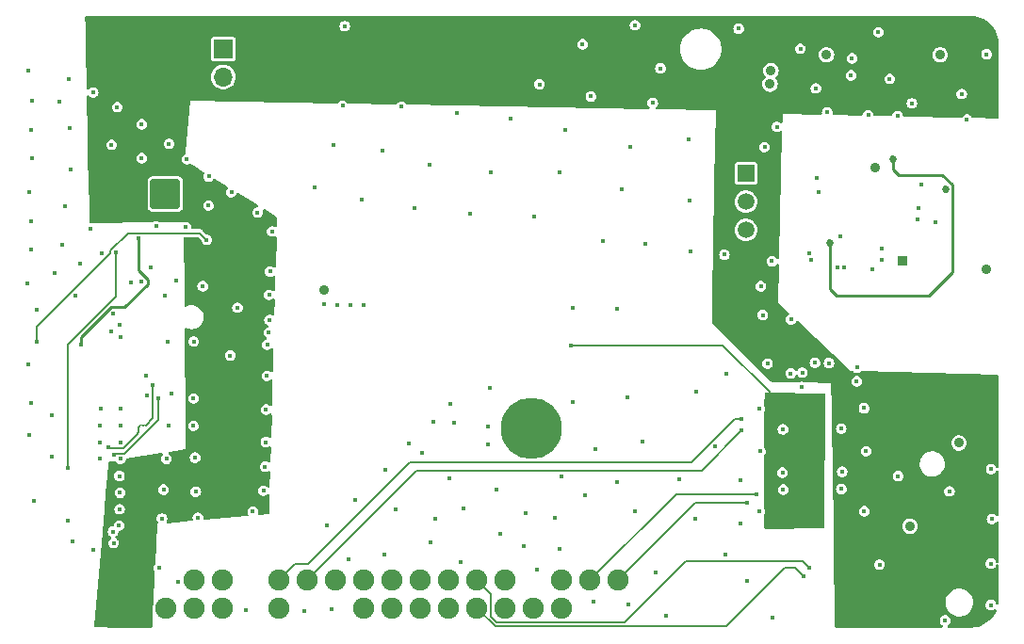
<source format=gbr>
%TF.GenerationSoftware,KiCad,Pcbnew,7.0.10*%
%TF.CreationDate,2024-12-22T17:19:54-08:00*%
%TF.ProjectId,mainbox2.1,6d61696e-626f-4783-922e-312e6b696361,rev?*%
%TF.SameCoordinates,Original*%
%TF.FileFunction,Copper,L4,Bot*%
%TF.FilePolarity,Positive*%
%FSLAX46Y46*%
G04 Gerber Fmt 4.6, Leading zero omitted, Abs format (unit mm)*
G04 Created by KiCad (PCBNEW 7.0.10) date 2024-12-22 17:19:54*
%MOMM*%
%LPD*%
G01*
G04 APERTURE LIST*
G04 Aperture macros list*
%AMRoundRect*
0 Rectangle with rounded corners*
0 $1 Rounding radius*
0 $2 $3 $4 $5 $6 $7 $8 $9 X,Y pos of 4 corners*
0 Add a 4 corners polygon primitive as box body*
4,1,4,$2,$3,$4,$5,$6,$7,$8,$9,$2,$3,0*
0 Add four circle primitives for the rounded corners*
1,1,$1+$1,$2,$3*
1,1,$1+$1,$4,$5*
1,1,$1+$1,$6,$7*
1,1,$1+$1,$8,$9*
0 Add four rect primitives between the rounded corners*
20,1,$1+$1,$2,$3,$4,$5,0*
20,1,$1+$1,$4,$5,$6,$7,0*
20,1,$1+$1,$6,$7,$8,$9,0*
20,1,$1+$1,$8,$9,$2,$3,0*%
G04 Aperture macros list end*
%TA.AperFunction,ComponentPad*%
%ADD10C,5.500000*%
%TD*%
%TA.AperFunction,ComponentPad*%
%ADD11R,1.700000X1.700000*%
%TD*%
%TA.AperFunction,ComponentPad*%
%ADD12O,1.700000X1.700000*%
%TD*%
%TA.AperFunction,ComponentPad*%
%ADD13R,1.508000X1.508000*%
%TD*%
%TA.AperFunction,ComponentPad*%
%ADD14C,1.508000*%
%TD*%
%TA.AperFunction,ComponentPad*%
%ADD15R,0.850000X0.850000*%
%TD*%
%TA.AperFunction,ComponentPad*%
%ADD16RoundRect,0.250001X1.099999X1.099999X-1.099999X1.099999X-1.099999X-1.099999X1.099999X-1.099999X0*%
%TD*%
%TA.AperFunction,ComponentPad*%
%ADD17C,2.700000*%
%TD*%
%TA.AperFunction,ComponentPad*%
%ADD18C,1.900000*%
%TD*%
%TA.AperFunction,ViaPad*%
%ADD19C,0.450000*%
%TD*%
%TA.AperFunction,ViaPad*%
%ADD20C,0.889000*%
%TD*%
%TA.AperFunction,ViaPad*%
%ADD21C,0.685800*%
%TD*%
%TA.AperFunction,Conductor*%
%ADD22C,0.200000*%
%TD*%
%TA.AperFunction,Conductor*%
%ADD23C,0.254000*%
%TD*%
%TA.AperFunction,Conductor*%
%ADD24C,0.152400*%
%TD*%
G04 APERTURE END LIST*
D10*
%TO.P,U$1,MOUNTING-HOLE*%
%TO.N,N/C*%
X107962500Y-99170000D03*
%TD*%
D11*
%TO.P,J7,1,Pin_1*%
%TO.N,Net-(IC2-DIO6{slash}~{RTS})*%
X80264000Y-65074800D03*
D12*
%TO.P,J7,2,Pin_2*%
%TO.N,Net-(IC2-DIO9{slash}ON{slash}~{SLEEP})*%
X80264000Y-67614800D03*
%TD*%
D13*
%TO.P,PS1,1,+VIN*%
%TO.N,Net-(PS1-+VIN)*%
X127240000Y-76280000D03*
D14*
%TO.P,PS1,2,GND*%
%TO.N,GNDA*%
X127240000Y-78820000D03*
%TO.P,PS1,3,+VOUT*%
%TO.N,3V3_XBEE*%
X127240000Y-81360000D03*
%TD*%
D15*
%TO.P,J4,1,Pin_1*%
%TO.N,AIN4*%
X141276000Y-84120000D03*
%TD*%
D16*
%TO.P,J6,1,Pin_1*%
%TO.N,GNDA*%
X75050000Y-78150000D03*
D17*
%TO.P,J6,2,Pin_2*%
%TO.N,5.2V*%
X71090000Y-78150000D03*
%TD*%
D18*
%TO.P,J10,2,Pin_2*%
%TO.N,5.2V*%
X70046000Y-115380000D03*
%TO.P,J10,4,Pin_4*%
X72586000Y-115380000D03*
%TO.P,J10,6,Pin_6*%
%TO.N,GNDA*%
X75126000Y-115380000D03*
%TO.P,J10,7,Pin_7*%
%TO.N,STEERING_WHEEL_PORT_TXD*%
X77666000Y-112840000D03*
%TO.P,J10,8,Pin_8*%
%TO.N,Net-(J10-Pin_8)*%
X77666000Y-115380000D03*
%TO.P,J10,9,Pin_9*%
%TO.N,GNDA*%
X80206000Y-112840000D03*
%TO.P,J10,10,Pin_10*%
%TO.N,Net-(J10-Pin_10)*%
X80206000Y-115380000D03*
%TO.P,J10,13,Pin_13*%
%TO.N,DIGITAL_OUTPUT_4*%
X85286000Y-112840000D03*
%TO.P,J10,14,Pin_14*%
%TO.N,GNDA*%
X85286000Y-115380000D03*
%TO.P,J10,15,Pin_15*%
%TO.N,DIGITAL_OUTPUT_3*%
X87826000Y-112840000D03*
%TO.P,J10,17,Pin_17*%
%TO.N,3V3*%
X90366000Y-112840000D03*
%TO.P,J10,19,Pin_19*%
%TO.N,ADC_SPI_DIN*%
X92906000Y-112840000D03*
%TO.P,J10,20,Pin_20*%
%TO.N,GNDA*%
X92906000Y-115380000D03*
%TO.P,J10,21,Pin_21*%
%TO.N,ADC_SPI_DOUT*%
X95446000Y-112840000D03*
%TO.P,J10,22,Pin_22*%
%TO.N,DIGITAL_OUTPUT_2*%
X95446000Y-115380000D03*
%TO.P,J10,23,Pin_23*%
%TO.N,SCLK*%
X97986000Y-112840000D03*
%TO.P,J10,24,Pin_24*%
%TO.N,RPi_SPI_CS*%
X97986000Y-115380000D03*
%TO.P,J10,25,Pin_25*%
%TO.N,GNDA*%
X100526000Y-112840000D03*
%TO.P,J10,26,Pin_26*%
%TO.N,DIGITAL_OUTPUT_1*%
X100526000Y-115380000D03*
%TO.P,J10,27,Pin_27*%
%TO.N,POWER_BOARD_PORT_TXD*%
X103066000Y-112840000D03*
%TO.P,J10,28,Pin_28*%
%TO.N,POWER_BOARD_PORT_RXD*%
X103066000Y-115380000D03*
%TO.P,J10,29,Pin_29*%
%TO.N,STEERING_WHEEL_PORT_RXD*%
X105606000Y-112840000D03*
%TO.P,J10,30,Pin_30*%
%TO.N,GNDA*%
X105606000Y-115380000D03*
%TO.P,J10,32,Pin_32*%
%TO.N,NAVOUT*%
X108146000Y-115380000D03*
%TO.P,J10,33,Pin_33*%
%TO.N,NAVIN*%
X110686000Y-112840000D03*
%TO.P,J10,34,Pin_34*%
%TO.N,GNDA*%
X110686000Y-115380000D03*
%TO.P,J10,35,Pin_35*%
%TO.N,IN2(3.3V)*%
X113226000Y-112840000D03*
%TO.P,J10,37,Pin_37*%
%TO.N,IN1(3.3V)*%
X115766000Y-112840000D03*
%TD*%
D19*
%TO.N,GNDA*%
X95770000Y-106480000D03*
X104020000Y-99010000D03*
X104190000Y-95610000D03*
X101030000Y-98680000D03*
X98140000Y-101400000D03*
X104070000Y-100610000D03*
X104820000Y-104710000D03*
X100620000Y-103740000D03*
X105190000Y-108710000D03*
X63280000Y-105730000D03*
X149250000Y-111370000D03*
X62720000Y-67020000D03*
X126760000Y-103870000D03*
X142150000Y-69980000D03*
X142770000Y-79440000D03*
X66030000Y-79220000D03*
X128740000Y-89010000D03*
X110520000Y-110040000D03*
X70930000Y-103490000D03*
X120070000Y-116030000D03*
X92690000Y-78640000D03*
X76900000Y-81110000D03*
X67420000Y-84410000D03*
X116690000Y-115040000D03*
X66360000Y-67790000D03*
X65740000Y-82700000D03*
X133440000Y-93310000D03*
X73350000Y-94470000D03*
X126580000Y-63270000D03*
X122170000Y-78740000D03*
X70160000Y-90470000D03*
X137860000Y-106660000D03*
X66680000Y-109340000D03*
X74980000Y-87300000D03*
X135700000Y-81980000D03*
X77600000Y-91400000D03*
X78930000Y-79160000D03*
X66250000Y-107510000D03*
X70410000Y-109530000D03*
X63040000Y-69720000D03*
X122720000Y-95880000D03*
X90480000Y-88120000D03*
X145530000Y-104870000D03*
X113300000Y-69360000D03*
X98820000Y-75510000D03*
X77590000Y-96520000D03*
X135420000Y-84710000D03*
X70350000Y-108490000D03*
X84190000Y-94490000D03*
X84360000Y-90590000D03*
X114350000Y-82330000D03*
X84460000Y-85110000D03*
X83870000Y-104810000D03*
D20*
X141980000Y-108000000D03*
D19*
X138040000Y-101270000D03*
X119110000Y-112130000D03*
X132310000Y-94190000D03*
X94770000Y-110540000D03*
X113540000Y-114750000D03*
X122240000Y-83290000D03*
X71030000Y-100450000D03*
X118210000Y-82630000D03*
X70900000Y-107960000D03*
D20*
X146376000Y-100520000D03*
D19*
X99120000Y-98650000D03*
X135810000Y-104660000D03*
X76190000Y-113050000D03*
X145130000Y-116490000D03*
X146630000Y-69140000D03*
X75150000Y-101950000D03*
D20*
X129480000Y-67050000D03*
D19*
X135800000Y-99230000D03*
X72920000Y-71860000D03*
D20*
X134476000Y-65620000D03*
D19*
X94820000Y-102920000D03*
X89530000Y-107970000D03*
X139140000Y-63580000D03*
X69220000Y-97440000D03*
X115650000Y-88480000D03*
X62850000Y-99840000D03*
X66420000Y-72230000D03*
X87530000Y-115660000D03*
X94530000Y-74250000D03*
X74750000Y-107320000D03*
X108680000Y-68270000D03*
X116580000Y-96380000D03*
X125350000Y-110570000D03*
X84380000Y-87200000D03*
X62990000Y-72380000D03*
X62610000Y-86150000D03*
X84110000Y-97520000D03*
X137850000Y-97390000D03*
X142660000Y-80400000D03*
X91180000Y-63040000D03*
X99320000Y-107360000D03*
X97440000Y-79360000D03*
X70370000Y-88840000D03*
X75290000Y-91440000D03*
X116830000Y-73860000D03*
X110050000Y-107260000D03*
X80890000Y-92650000D03*
X89310000Y-88060000D03*
X133750000Y-77970000D03*
X115630000Y-104040000D03*
X128530000Y-101260000D03*
X104300000Y-76170000D03*
D20*
X148876000Y-84920000D03*
X138860000Y-75770000D03*
D19*
X101880000Y-106380000D03*
X125300000Y-83590000D03*
X131260000Y-94260000D03*
X139480000Y-83060000D03*
X132250000Y-95490000D03*
X121240000Y-103760000D03*
X92100000Y-105680000D03*
D20*
X129390000Y-68250000D03*
D19*
X71010000Y-101940000D03*
X68570000Y-69000000D03*
X77790000Y-104900000D03*
X72920000Y-74910000D03*
X149280000Y-102870000D03*
X118860000Y-69940000D03*
X62990000Y-83150000D03*
X82330000Y-115510000D03*
X133630000Y-76710000D03*
X129560000Y-84180000D03*
X111660000Y-88340000D03*
X133048389Y-84088721D03*
X82910000Y-106690000D03*
X69140000Y-101960000D03*
X134540000Y-70790000D03*
X96280000Y-70290000D03*
X74220000Y-81050000D03*
X80980000Y-77970000D03*
X130560000Y-99300000D03*
X76980000Y-74990000D03*
X68330000Y-81240000D03*
X117220000Y-106660000D03*
X139430000Y-84040000D03*
X119550000Y-66840000D03*
X112550000Y-64660000D03*
X69370000Y-83500000D03*
X110500000Y-76170000D03*
X68540000Y-110120000D03*
X77590000Y-98970000D03*
X90180000Y-73690000D03*
D20*
X89310000Y-86770000D03*
D19*
X73390000Y-96270000D03*
X128580000Y-86430000D03*
X84020000Y-102650000D03*
X128470000Y-97450000D03*
X75380000Y-73620000D03*
X144260000Y-80710000D03*
X135880000Y-103110000D03*
X66530000Y-75890000D03*
X91690000Y-88140000D03*
X132120000Y-65080000D03*
X83340000Y-79800000D03*
X137190000Y-94970000D03*
X70990000Y-90960000D03*
X142990000Y-77270000D03*
X69190000Y-98960000D03*
X116070000Y-77720000D03*
X122710000Y-107360000D03*
X84420000Y-89460000D03*
X106110000Y-71320000D03*
X72920000Y-86030000D03*
X107420000Y-106800000D03*
X78410000Y-86420000D03*
X70950000Y-89940000D03*
D20*
X144676000Y-65620000D03*
D19*
X102480000Y-79920000D03*
X101610000Y-111240000D03*
X136020000Y-84740000D03*
X90970000Y-70200000D03*
X101230000Y-70820000D03*
X132960000Y-83470000D03*
X129180000Y-93380000D03*
X91530000Y-110950000D03*
X108190000Y-80160000D03*
X70980000Y-105000000D03*
X107290000Y-109810000D03*
X100690000Y-97040000D03*
X63010000Y-96910000D03*
X63040000Y-74910000D03*
X130010000Y-72090000D03*
X74480000Y-111770000D03*
X149350000Y-107350000D03*
X140900000Y-103500000D03*
X128460000Y-106660000D03*
X62830000Y-77920000D03*
X110960000Y-72370000D03*
X126760000Y-107740000D03*
X122100000Y-73190000D03*
X77730000Y-101830000D03*
X137200000Y-93740000D03*
X127330000Y-112900000D03*
X65500000Y-69850000D03*
X96960000Y-100580000D03*
D21*
X145176000Y-77720000D03*
D19*
X140870000Y-71140000D03*
X112730000Y-105260000D03*
X70990000Y-98960000D03*
X74900000Y-104710000D03*
X65130000Y-85220000D03*
X117950000Y-100400000D03*
X70220000Y-73710000D03*
X108470000Y-111950000D03*
X84090000Y-100440000D03*
X98880000Y-109450000D03*
X133520000Y-68630000D03*
X113680000Y-101040000D03*
X110660000Y-103550000D03*
X138220000Y-71040000D03*
X140160000Y-67790000D03*
X136760000Y-65930000D03*
X149250000Y-115100000D03*
X84210000Y-91690000D03*
X71950000Y-86060000D03*
X62990000Y-80580000D03*
X138630000Y-84870000D03*
X128910000Y-73920000D03*
X84650000Y-81500000D03*
X63470000Y-88540000D03*
X147100000Y-71440000D03*
X71010000Y-97450000D03*
X67000000Y-87290000D03*
X129590000Y-116200000D03*
X62730000Y-93450000D03*
X75610000Y-96120000D03*
X125500000Y-94310000D03*
X64840000Y-98040000D03*
X69200000Y-100460000D03*
X130580000Y-104720000D03*
X117270000Y-62960000D03*
X148860000Y-65560000D03*
X131290000Y-89410000D03*
X134700000Y-93340000D03*
X130520000Y-103190000D03*
X64870000Y-101770000D03*
X70720000Y-70330000D03*
X92850000Y-88140000D03*
X90000000Y-115460000D03*
X76040000Y-85920000D03*
X111630000Y-96870000D03*
X88430000Y-77550000D03*
X124470000Y-100850000D03*
X136670000Y-67460000D03*
X75320000Y-98980000D03*
X70950000Y-106480000D03*
X73750000Y-84720000D03*
X78950000Y-76560000D03*
X77980000Y-107240000D03*
%TO.N,3V3*%
X130220000Y-96480000D03*
X111480000Y-91730000D03*
X130250000Y-107540000D03*
X133910000Y-96520000D03*
X130320000Y-100340000D03*
D21*
%TO.N,5VADC{slash}SENSOR*%
X134776000Y-82520000D03*
X140476000Y-75020000D03*
D20*
%TO.N,5.2V*%
X142876000Y-65820000D03*
X140976000Y-65020000D03*
X145376000Y-99220000D03*
D19*
X136100000Y-107470000D03*
D20*
X140720000Y-113840000D03*
D19*
X136180000Y-100370000D03*
D20*
X141676000Y-65820000D03*
X128150000Y-65540000D03*
D19*
X136070000Y-96440000D03*
%TO.N,VCC3V3*%
X81540000Y-88360000D03*
%TO.N,IN2(3.3V)*%
X128160000Y-105120000D03*
%TO.N,IN1(3.3V)*%
X127320000Y-105910000D03*
%TO.N,DIGITAL_OUTPUT_3*%
X126860000Y-99410000D03*
%TO.N,DIGITAL_OUTPUT_4*%
X126830000Y-98390000D03*
%TO.N,POWER_BOARD_PORT_RXD*%
X132430000Y-112540000D03*
%TO.N,POWER_BOARD_PORT_TXD*%
X132880000Y-111780000D03*
%TO.N,STEERING_WHEEL_PORT_TXD*%
X139230000Y-111470000D03*
%TO.N,PCIE_PWR_EN*%
X78760000Y-82260000D03*
X63470000Y-91390000D03*
%TO.N,3V3_PG*%
X67450000Y-91700000D03*
X72630000Y-82150000D03*
%TO.N,PCIE CLK-*%
X70410000Y-101540000D03*
X74380000Y-96510000D03*
%TO.N,PCIE CLK+*%
X69896051Y-100921732D03*
X73900000Y-95300000D03*
%TO.N,5V PCIE*%
X70640000Y-83400000D03*
X66300000Y-102760000D03*
%TD*%
D22*
%TO.N,POWER_BOARD_PORT_TXD*%
X104330000Y-116181552D02*
X104330000Y-114104000D01*
X104841448Y-116693000D02*
X104330000Y-116181552D01*
X121820000Y-111190000D02*
X116317000Y-116693000D01*
X116317000Y-116693000D02*
X104841448Y-116693000D01*
X132290000Y-111190000D02*
X121820000Y-111190000D01*
X132880000Y-111780000D02*
X132290000Y-111190000D01*
X104330000Y-114104000D02*
X103066000Y-112840000D01*
%TO.N,DIGITAL_OUTPUT_4*%
X122362893Y-102250000D02*
X126222893Y-98390000D01*
X97030000Y-102250000D02*
X122362893Y-102250000D01*
X86686000Y-111440000D02*
X87840000Y-111440000D01*
X87840000Y-111440000D02*
X97030000Y-102250000D01*
X126222893Y-98390000D02*
X126830000Y-98390000D01*
X85286000Y-112840000D02*
X86686000Y-111440000D01*
%TO.N,DIGITAL_OUTPUT_3*%
X97636000Y-103030000D02*
X123240000Y-103030000D01*
X123240000Y-103030000D02*
X126860000Y-99410000D01*
X87826000Y-112840000D02*
X97636000Y-103030000D01*
%TO.N,3V3*%
X125170000Y-91730000D02*
X129460000Y-96020000D01*
X111480000Y-91730000D02*
X125170000Y-91730000D01*
D23*
%TO.N,5VADC{slash}SENSOR*%
X134776000Y-86696000D02*
X134776000Y-82520000D01*
X140476000Y-75020000D02*
X140476000Y-75920000D01*
X144876000Y-76420000D02*
X145776000Y-77320000D01*
X140476000Y-75920000D02*
X140976000Y-76420000D01*
X145776000Y-77320000D02*
X145776000Y-85184000D01*
X140976000Y-76420000D02*
X144876000Y-76420000D01*
X135340000Y-87260000D02*
X134776000Y-86696000D01*
X145776000Y-85184000D02*
X143700000Y-87260000D01*
X143700000Y-87260000D02*
X135340000Y-87260000D01*
D22*
%TO.N,IN2(3.3V)*%
X113226000Y-112840000D02*
X120946000Y-105120000D01*
X120946000Y-105120000D02*
X128160000Y-105120000D01*
%TO.N,IN1(3.3V)*%
X115766000Y-112840000D02*
X122696000Y-105910000D01*
X122696000Y-105910000D02*
X127320000Y-105910000D01*
%TO.N,POWER_BOARD_PORT_RXD*%
X131653000Y-111763000D02*
X130697000Y-111763000D01*
X125440000Y-117020000D02*
X104706000Y-117020000D01*
X104706000Y-117020000D02*
X103066000Y-115380000D01*
X132430000Y-112540000D02*
X131653000Y-111763000D01*
X130697000Y-111763000D02*
X125440000Y-117020000D01*
%TO.N,PCIE_PWR_EN*%
X63470000Y-90107107D02*
X70140000Y-83437107D01*
X63470000Y-91390000D02*
X63470000Y-90107107D01*
X71682893Y-81650000D02*
X78150000Y-81650000D01*
X70140000Y-83192893D02*
X71682893Y-81650000D01*
X78150000Y-81650000D02*
X78760000Y-82260000D01*
X70140000Y-83437107D02*
X70140000Y-83192893D01*
D23*
%TO.N,3V3_PG*%
X73447000Y-86248291D02*
X71395291Y-88300000D01*
X72630000Y-84994709D02*
X73447000Y-85811709D01*
X72630000Y-82150000D02*
X72630000Y-84994709D01*
X70164709Y-88300000D02*
X67450000Y-91014709D01*
X71395291Y-88300000D02*
X70164709Y-88300000D01*
X67450000Y-91014709D02*
X67450000Y-91700000D01*
X73447000Y-85811709D02*
X73447000Y-86248291D01*
D24*
%TO.N,PCIE CLK-*%
X70410000Y-101540000D02*
X70486200Y-101463800D01*
X70486200Y-101463800D02*
X71346200Y-101463800D01*
X71346200Y-101463800D02*
X74380000Y-98430000D01*
X74380000Y-98430000D02*
X74380000Y-96510000D01*
%TO.N,PCIE CLK+*%
X73900000Y-95300000D02*
X73900000Y-98300000D01*
X69924319Y-100950000D02*
X69896051Y-100921732D01*
X72623780Y-99576217D02*
X72431471Y-99768528D01*
X72431471Y-99768528D02*
X71250000Y-100950000D01*
X72816091Y-98919999D02*
X72623780Y-99112309D01*
X73900000Y-98300000D02*
X73280000Y-98920000D01*
X73048046Y-98920000D02*
X73048045Y-98919999D01*
X71250000Y-100950000D02*
X69924319Y-100950000D01*
X72623740Y-99576177D02*
G75*
G03*
X72623780Y-99344263I-115940J115977D01*
G01*
X73048044Y-98920000D02*
G75*
G03*
X72816092Y-98920000I-115976J-115977D01*
G01*
X72623795Y-99112324D02*
G75*
G03*
X72623781Y-99344262I116005J-115976D01*
G01*
X73048047Y-98919999D02*
G75*
G03*
X73279999Y-98919999I115976J115977D01*
G01*
D22*
%TO.N,5V PCIE*%
X70640000Y-87324077D02*
X66300000Y-91664077D01*
X70640000Y-83400000D02*
X70640000Y-87324077D01*
X66300000Y-91664077D02*
X66300000Y-102760000D01*
%TD*%
%TA.AperFunction,Conductor*%
%TO.N,3V3*%
G36*
X134276613Y-96077980D02*
G01*
X134343318Y-96098758D01*
X134388203Y-96152304D01*
X134398573Y-96203396D01*
X134261406Y-108068342D01*
X134240947Y-108135150D01*
X134187618Y-108180291D01*
X134138338Y-108190906D01*
X129015026Y-108229068D01*
X128947841Y-108209883D01*
X128901694Y-108157421D01*
X128890102Y-108104970D01*
X128890132Y-108068342D01*
X128891096Y-106887539D01*
X128902300Y-106836135D01*
X128920931Y-106795342D01*
X128940390Y-106660000D01*
X128920931Y-106524658D01*
X128920930Y-106524654D01*
X128902674Y-106484680D01*
X128891468Y-106433067D01*
X128892479Y-105195500D01*
X128892868Y-104720000D01*
X130099610Y-104720000D01*
X130119068Y-104855337D01*
X130119070Y-104855345D01*
X130175867Y-104979714D01*
X130175872Y-104979721D01*
X130265409Y-105083053D01*
X130265413Y-105083057D01*
X130325979Y-105121979D01*
X130380439Y-105156978D01*
X130446036Y-105176239D01*
X130511632Y-105195500D01*
X130511633Y-105195500D01*
X130648367Y-105195500D01*
X130779561Y-105156978D01*
X130894589Y-105083055D01*
X130984130Y-104979718D01*
X131040931Y-104855342D01*
X131060390Y-104720000D01*
X131040931Y-104584658D01*
X131028677Y-104557827D01*
X130984132Y-104460285D01*
X130984127Y-104460278D01*
X130894590Y-104356946D01*
X130894586Y-104356942D01*
X130779559Y-104283021D01*
X130648368Y-104244500D01*
X130648367Y-104244500D01*
X130511633Y-104244500D01*
X130511632Y-104244500D01*
X130380440Y-104283021D01*
X130265413Y-104356942D01*
X130265409Y-104356946D01*
X130175872Y-104460278D01*
X130175867Y-104460285D01*
X130119070Y-104584654D01*
X130119068Y-104584662D01*
X130099610Y-104720000D01*
X128892868Y-104720000D01*
X128894118Y-103190000D01*
X130039610Y-103190000D01*
X130059068Y-103325337D01*
X130059070Y-103325345D01*
X130115867Y-103449714D01*
X130115872Y-103449721D01*
X130205409Y-103553053D01*
X130205413Y-103553057D01*
X130265979Y-103591979D01*
X130320439Y-103626978D01*
X130386036Y-103646239D01*
X130451632Y-103665500D01*
X130451633Y-103665500D01*
X130588367Y-103665500D01*
X130719561Y-103626978D01*
X130834589Y-103553055D01*
X130924130Y-103449718D01*
X130980931Y-103325342D01*
X131000390Y-103190000D01*
X130980931Y-103054658D01*
X130968677Y-103027827D01*
X130924132Y-102930285D01*
X130924127Y-102930278D01*
X130834590Y-102826946D01*
X130834586Y-102826942D01*
X130719559Y-102753021D01*
X130588368Y-102714500D01*
X130588367Y-102714500D01*
X130451633Y-102714500D01*
X130451632Y-102714500D01*
X130320440Y-102753021D01*
X130205413Y-102826942D01*
X130205409Y-102826946D01*
X130115872Y-102930278D01*
X130115867Y-102930285D01*
X130059070Y-103054654D01*
X130059068Y-103054662D01*
X130039610Y-103190000D01*
X128894118Y-103190000D01*
X128895408Y-101610550D01*
X128915146Y-101543530D01*
X128925689Y-101529458D01*
X128934130Y-101519718D01*
X128990931Y-101395342D01*
X129010390Y-101260000D01*
X128990931Y-101124658D01*
X128978677Y-101097827D01*
X128934132Y-101000285D01*
X128934129Y-101000281D01*
X128926267Y-100991208D01*
X128897241Y-100927652D01*
X128895980Y-100909923D01*
X128897295Y-99300000D01*
X130079610Y-99300000D01*
X130099068Y-99435337D01*
X130099070Y-99435345D01*
X130155867Y-99559714D01*
X130155872Y-99559721D01*
X130245409Y-99663053D01*
X130245413Y-99663057D01*
X130305979Y-99701979D01*
X130360439Y-99736978D01*
X130426036Y-99756239D01*
X130491632Y-99775500D01*
X130491633Y-99775500D01*
X130628367Y-99775500D01*
X130759561Y-99736978D01*
X130874589Y-99663055D01*
X130964130Y-99559718D01*
X131020931Y-99435342D01*
X131040390Y-99300000D01*
X131020931Y-99164658D01*
X131008677Y-99137827D01*
X130964132Y-99040285D01*
X130964127Y-99040278D01*
X130874590Y-98936946D01*
X130874586Y-98936942D01*
X130759559Y-98863021D01*
X130628368Y-98824500D01*
X130628367Y-98824500D01*
X130491633Y-98824500D01*
X130491632Y-98824500D01*
X130360440Y-98863021D01*
X130245413Y-98936942D01*
X130245409Y-98936946D01*
X130155872Y-99040278D01*
X130155867Y-99040285D01*
X130099070Y-99164654D01*
X130099068Y-99164662D01*
X130079610Y-99300000D01*
X128897295Y-99300000D01*
X128898616Y-97682970D01*
X128909821Y-97631565D01*
X128930931Y-97585342D01*
X128950390Y-97450000D01*
X128930931Y-97314658D01*
X128930929Y-97314653D01*
X128910202Y-97269267D01*
X128898997Y-97217659D01*
X128899897Y-96115941D01*
X128919636Y-96048918D01*
X128972478Y-96003207D01*
X129025923Y-95992060D01*
X134276613Y-96077980D01*
G37*
%TD.AperFunction*%
%TD*%
%TA.AperFunction,Conductor*%
%TO.N,5.2V*%
G36*
X147388791Y-62120501D02*
G01*
X147450933Y-62120500D01*
X147458419Y-62120725D01*
X147748483Y-62138269D01*
X147763341Y-62140073D01*
X148045489Y-62191778D01*
X148059999Y-62195353D01*
X148333865Y-62280691D01*
X148347862Y-62286000D01*
X148609426Y-62403719D01*
X148622685Y-62410678D01*
X148868150Y-62559066D01*
X148880473Y-62567572D01*
X149106262Y-62744464D01*
X149117470Y-62754393D01*
X149270024Y-62906946D01*
X149320295Y-62957216D01*
X149330225Y-62968425D01*
X149492337Y-63175345D01*
X149507119Y-63194212D01*
X149515623Y-63206532D01*
X149656330Y-63439290D01*
X149664016Y-63452003D01*
X149670974Y-63465261D01*
X149788694Y-63726822D01*
X149793999Y-63740810D01*
X149871287Y-63988834D01*
X149879335Y-64014661D01*
X149882918Y-64029199D01*
X149934623Y-64311338D01*
X149936428Y-64326203D01*
X149953954Y-64615932D01*
X149954180Y-64623419D01*
X149954180Y-71227065D01*
X149934495Y-71294104D01*
X149881691Y-71339859D01*
X149827271Y-71351031D01*
X147635414Y-71299594D01*
X147568855Y-71278342D01*
X147525529Y-71227140D01*
X147504130Y-71180283D01*
X147504130Y-71180282D01*
X147457967Y-71127007D01*
X147414590Y-71076946D01*
X147414586Y-71076942D01*
X147321976Y-71017427D01*
X147299561Y-71003022D01*
X147299560Y-71003021D01*
X147299559Y-71003021D01*
X147168368Y-70964500D01*
X147168367Y-70964500D01*
X147031633Y-70964500D01*
X147031632Y-70964500D01*
X146900440Y-71003021D01*
X146785413Y-71076942D01*
X146785409Y-71076946D01*
X146695872Y-71180278D01*
X146695869Y-71180283D01*
X146685885Y-71202144D01*
X146640128Y-71254947D01*
X146573088Y-71274629D01*
X146570183Y-71274595D01*
X141457032Y-71154603D01*
X141390473Y-71133351D01*
X141345969Y-71079488D01*
X141337203Y-71048283D01*
X141336012Y-71040000D01*
X141330931Y-71004658D01*
X141308409Y-70955342D01*
X141274132Y-70880285D01*
X141274127Y-70880278D01*
X141184590Y-70776946D01*
X141184586Y-70776942D01*
X141069559Y-70703021D01*
X140938368Y-70664500D01*
X140938367Y-70664500D01*
X140801633Y-70664500D01*
X140801632Y-70664500D01*
X140670440Y-70703021D01*
X140555413Y-70776942D01*
X140555409Y-70776946D01*
X140465872Y-70880278D01*
X140465869Y-70880283D01*
X140409069Y-71004656D01*
X140409066Y-71004665D01*
X140406762Y-71020693D01*
X140377735Y-71084247D01*
X140318955Y-71122020D01*
X140281116Y-71127007D01*
X138812487Y-71092542D01*
X138745928Y-71071290D01*
X138701424Y-71017427D01*
X138692658Y-70986223D01*
X138688654Y-70958372D01*
X138680931Y-70904658D01*
X138635647Y-70805500D01*
X138624132Y-70780285D01*
X138624127Y-70780278D01*
X138534590Y-70676946D01*
X138534586Y-70676942D01*
X138419559Y-70603021D01*
X138288368Y-70564500D01*
X138288367Y-70564500D01*
X138151633Y-70564500D01*
X138151632Y-70564500D01*
X138020440Y-70603021D01*
X137905413Y-70676942D01*
X137905409Y-70676946D01*
X137815872Y-70780278D01*
X137815867Y-70780285D01*
X137759070Y-70904654D01*
X137759068Y-70904662D01*
X137751346Y-70958372D01*
X137722321Y-71021928D01*
X137663543Y-71059702D01*
X137625699Y-71064691D01*
X135129507Y-71006111D01*
X135062948Y-70984859D01*
X135018444Y-70930996D01*
X135009678Y-70864500D01*
X135020390Y-70790000D01*
X135000931Y-70654658D01*
X134988677Y-70627827D01*
X134944132Y-70530285D01*
X134944127Y-70530278D01*
X134854590Y-70426946D01*
X134854586Y-70426942D01*
X134739559Y-70353021D01*
X134608368Y-70314500D01*
X134608367Y-70314500D01*
X134471633Y-70314500D01*
X134471632Y-70314500D01*
X134340440Y-70353021D01*
X134225413Y-70426942D01*
X134225409Y-70426946D01*
X134135872Y-70530278D01*
X134135867Y-70530285D01*
X134079070Y-70654654D01*
X134079068Y-70654662D01*
X134059610Y-70790000D01*
X134066310Y-70836600D01*
X134056366Y-70905759D01*
X134010611Y-70958563D01*
X133943572Y-70978247D01*
X133940663Y-70978213D01*
X130549531Y-70898631D01*
X130549530Y-70898633D01*
X130529536Y-71636409D01*
X130508043Y-71702891D01*
X130454019Y-71747198D01*
X130384616Y-71755265D01*
X130332714Y-71730707D01*
X130332051Y-71731740D01*
X130209559Y-71653021D01*
X130078368Y-71614500D01*
X130078367Y-71614500D01*
X129941633Y-71614500D01*
X129941632Y-71614500D01*
X129810440Y-71653021D01*
X129695413Y-71726942D01*
X129695409Y-71726946D01*
X129605872Y-71830278D01*
X129605867Y-71830285D01*
X129549070Y-71954654D01*
X129549068Y-71954662D01*
X129529610Y-72090000D01*
X129549068Y-72225337D01*
X129549070Y-72225345D01*
X129605867Y-72349714D01*
X129605872Y-72349721D01*
X129695409Y-72453053D01*
X129695413Y-72453057D01*
X129755979Y-72491979D01*
X129810439Y-72526978D01*
X129876036Y-72546239D01*
X129941632Y-72565500D01*
X129941633Y-72565500D01*
X130078367Y-72565500D01*
X130209561Y-72526978D01*
X130313300Y-72460309D01*
X130380335Y-72440627D01*
X130447375Y-72460312D01*
X130493129Y-72513116D01*
X130504289Y-72567986D01*
X130198106Y-83866060D01*
X130176613Y-83932542D01*
X130122589Y-83976849D01*
X130053186Y-83984916D01*
X129990440Y-83954180D01*
X129970479Y-83926742D01*
X129968924Y-83927742D01*
X129964127Y-83920278D01*
X129874590Y-83816946D01*
X129874586Y-83816942D01*
X129759559Y-83743021D01*
X129628368Y-83704500D01*
X129628367Y-83704500D01*
X129491633Y-83704500D01*
X129491632Y-83704500D01*
X129360440Y-83743021D01*
X129245413Y-83816942D01*
X129245409Y-83816946D01*
X129155872Y-83920278D01*
X129155867Y-83920285D01*
X129099070Y-84044654D01*
X129099068Y-84044662D01*
X129079610Y-84180000D01*
X129099068Y-84315337D01*
X129099070Y-84315345D01*
X129155867Y-84439714D01*
X129155872Y-84439721D01*
X129245409Y-84543053D01*
X129245413Y-84543057D01*
X129305979Y-84581979D01*
X129360439Y-84616978D01*
X129420114Y-84634500D01*
X129491632Y-84655500D01*
X129491633Y-84655500D01*
X129628367Y-84655500D01*
X129759561Y-84616978D01*
X129874589Y-84543055D01*
X129962553Y-84441537D01*
X130021329Y-84403764D01*
X130091199Y-84403764D01*
X130149977Y-84441538D01*
X130179003Y-84505093D01*
X130180219Y-84526100D01*
X130089569Y-87871070D01*
X130089570Y-87871070D01*
X130089570Y-87871072D01*
X131072928Y-88801581D01*
X131108092Y-88861956D01*
X131105034Y-88931759D01*
X131064722Y-88988827D01*
X131054739Y-88995965D01*
X130975410Y-89046945D01*
X130975409Y-89046946D01*
X130885872Y-89150278D01*
X130885867Y-89150285D01*
X130829070Y-89274654D01*
X130829068Y-89274662D01*
X130809610Y-89410000D01*
X130829068Y-89545337D01*
X130829070Y-89545345D01*
X130885867Y-89669714D01*
X130885872Y-89669721D01*
X130975409Y-89773053D01*
X130975413Y-89773057D01*
X131024587Y-89804658D01*
X131090439Y-89846978D01*
X131156036Y-89866239D01*
X131221632Y-89885500D01*
X131221633Y-89885500D01*
X131358367Y-89885500D01*
X131489561Y-89846978D01*
X131604589Y-89773055D01*
X131694130Y-89669718D01*
X131711472Y-89631743D01*
X131757226Y-89578941D01*
X131824266Y-89559256D01*
X131891305Y-89578940D01*
X131909494Y-89593188D01*
X136630000Y-94060000D01*
X136798762Y-94064576D01*
X136865242Y-94086070D01*
X136878312Y-94097708D01*
X136878711Y-94097249D01*
X136885413Y-94103057D01*
X136930779Y-94132211D01*
X137000439Y-94176978D01*
X137044788Y-94190000D01*
X137131632Y-94215500D01*
X137131633Y-94215500D01*
X137268367Y-94215500D01*
X137399558Y-94176979D01*
X137399558Y-94176978D01*
X137399561Y-94176978D01*
X137510887Y-94105433D01*
X137577923Y-94085750D01*
X137581172Y-94085794D01*
X149833542Y-94418061D01*
X149900023Y-94439555D01*
X149944329Y-94493580D01*
X149954180Y-94542015D01*
X149954180Y-102631590D01*
X149934495Y-102698629D01*
X149881691Y-102744384D01*
X149812533Y-102754328D01*
X149748977Y-102725303D01*
X149717386Y-102683102D01*
X149712782Y-102673021D01*
X149684130Y-102610282D01*
X149679590Y-102605043D01*
X149594590Y-102506946D01*
X149594586Y-102506942D01*
X149479559Y-102433021D01*
X149348368Y-102394500D01*
X149348367Y-102394500D01*
X149211633Y-102394500D01*
X149211632Y-102394500D01*
X149080440Y-102433021D01*
X148965413Y-102506942D01*
X148965409Y-102506946D01*
X148875872Y-102610278D01*
X148875867Y-102610285D01*
X148819070Y-102734654D01*
X148819068Y-102734662D01*
X148799610Y-102870000D01*
X148819068Y-103005337D01*
X148819070Y-103005345D01*
X148875867Y-103129714D01*
X148875872Y-103129721D01*
X148965409Y-103233053D01*
X148965413Y-103233057D01*
X149025979Y-103271979D01*
X149080439Y-103306978D01*
X149122057Y-103319198D01*
X149211632Y-103345500D01*
X149211633Y-103345500D01*
X149348367Y-103345500D01*
X149479561Y-103306978D01*
X149594589Y-103233055D01*
X149684130Y-103129718D01*
X149717387Y-103056895D01*
X149763140Y-103004094D01*
X149830180Y-102984409D01*
X149897219Y-103004093D01*
X149942974Y-103056897D01*
X149954180Y-103108409D01*
X149954180Y-106988694D01*
X149934495Y-107055733D01*
X149881691Y-107101488D01*
X149812533Y-107111432D01*
X149748977Y-107082407D01*
X149736467Y-107069897D01*
X149716074Y-107046363D01*
X149664589Y-106986945D01*
X149664586Y-106986943D01*
X149664586Y-106986942D01*
X149573736Y-106928558D01*
X149549561Y-106913022D01*
X149549560Y-106913021D01*
X149549559Y-106913021D01*
X149418368Y-106874500D01*
X149418367Y-106874500D01*
X149281633Y-106874500D01*
X149281632Y-106874500D01*
X149150440Y-106913021D01*
X149035413Y-106986942D01*
X149035409Y-106986946D01*
X148945872Y-107090278D01*
X148945867Y-107090285D01*
X148889070Y-107214654D01*
X148889068Y-107214662D01*
X148869610Y-107350000D01*
X148889068Y-107485337D01*
X148889070Y-107485345D01*
X148945867Y-107609714D01*
X148945872Y-107609721D01*
X149035409Y-107713053D01*
X149035413Y-107713057D01*
X149094396Y-107750962D01*
X149150439Y-107786978D01*
X149184496Y-107796978D01*
X149281632Y-107825500D01*
X149281633Y-107825500D01*
X149418367Y-107825500D01*
X149549561Y-107786978D01*
X149664589Y-107713055D01*
X149707257Y-107663812D01*
X149736467Y-107630103D01*
X149795245Y-107592328D01*
X149865114Y-107592328D01*
X149923893Y-107630102D01*
X149952918Y-107693658D01*
X149954180Y-107711305D01*
X149954180Y-111200649D01*
X149934495Y-111267688D01*
X149881691Y-111313443D01*
X149812533Y-111323387D01*
X149748977Y-111294362D01*
X149715523Y-111242310D01*
X149714615Y-111242725D01*
X149711730Y-111236408D01*
X149711205Y-111235591D01*
X149710931Y-111234658D01*
X149654132Y-111110285D01*
X149654127Y-111110278D01*
X149564590Y-111006946D01*
X149564586Y-111006942D01*
X149449559Y-110933021D01*
X149318368Y-110894500D01*
X149318367Y-110894500D01*
X149181633Y-110894500D01*
X149181632Y-110894500D01*
X149050440Y-110933021D01*
X148935413Y-111006942D01*
X148935409Y-111006946D01*
X148845872Y-111110278D01*
X148845867Y-111110285D01*
X148789070Y-111234654D01*
X148789068Y-111234662D01*
X148769610Y-111370000D01*
X148789068Y-111505337D01*
X148789070Y-111505345D01*
X148845867Y-111629714D01*
X148845872Y-111629721D01*
X148935409Y-111733053D01*
X148935413Y-111733057D01*
X148992899Y-111770000D01*
X149050439Y-111806978D01*
X149076595Y-111814658D01*
X149181632Y-111845500D01*
X149181633Y-111845500D01*
X149318367Y-111845500D01*
X149449561Y-111806978D01*
X149564589Y-111733055D01*
X149654130Y-111629718D01*
X149710931Y-111505342D01*
X149710932Y-111505332D01*
X149711204Y-111504411D01*
X149711729Y-111503593D01*
X149714615Y-111497275D01*
X149715523Y-111497689D01*
X149748980Y-111445634D01*
X149812537Y-111416612D01*
X149881695Y-111426557D01*
X149934498Y-111472314D01*
X149954180Y-111539350D01*
X149954180Y-114546507D01*
X149954178Y-114546541D01*
X149954179Y-114616271D01*
X149953953Y-114623756D01*
X149937349Y-114898405D01*
X149913655Y-114964134D01*
X149858186Y-115006619D01*
X149788553Y-115012371D01*
X149726865Y-114979564D01*
X149700781Y-114942433D01*
X149654132Y-114840285D01*
X149654127Y-114840278D01*
X149564590Y-114736946D01*
X149564586Y-114736942D01*
X149449559Y-114663021D01*
X149318368Y-114624500D01*
X149318367Y-114624500D01*
X149181633Y-114624500D01*
X149181632Y-114624500D01*
X149050440Y-114663021D01*
X148935413Y-114736942D01*
X148935409Y-114736946D01*
X148845872Y-114840278D01*
X148845867Y-114840285D01*
X148789070Y-114964654D01*
X148789068Y-114964662D01*
X148769610Y-115100000D01*
X148789068Y-115235337D01*
X148789070Y-115235345D01*
X148845867Y-115359714D01*
X148845872Y-115359721D01*
X148935409Y-115463053D01*
X148935413Y-115463057D01*
X148995979Y-115501979D01*
X149050439Y-115536978D01*
X149110114Y-115554500D01*
X149181632Y-115575500D01*
X149181633Y-115575500D01*
X149318367Y-115575500D01*
X149449561Y-115536978D01*
X149559971Y-115466022D01*
X149627010Y-115446339D01*
X149694049Y-115466024D01*
X149739804Y-115518829D01*
X149749747Y-115587987D01*
X149740086Y-115621228D01*
X149670980Y-115774783D01*
X149664021Y-115788042D01*
X149515638Y-116033508D01*
X149507132Y-116045832D01*
X149330234Y-116271633D01*
X149320305Y-116282841D01*
X149117490Y-116485662D01*
X149106281Y-116495592D01*
X148880487Y-116672493D01*
X148868164Y-116680999D01*
X148622698Y-116829392D01*
X148609439Y-116836351D01*
X148347872Y-116954074D01*
X148333870Y-116959384D01*
X148060027Y-117044717D01*
X148045488Y-117048301D01*
X147763348Y-117100004D01*
X147748483Y-117101809D01*
X147459743Y-117119273D01*
X147452257Y-117119499D01*
X147381197Y-117119499D01*
X147381181Y-117119500D01*
X145452297Y-117119500D01*
X145385258Y-117099815D01*
X145339503Y-117047011D01*
X145329559Y-116977853D01*
X145358584Y-116914297D01*
X145385258Y-116891184D01*
X145444589Y-116853055D01*
X145534130Y-116749718D01*
X145590931Y-116625342D01*
X145610390Y-116490000D01*
X145590931Y-116354658D01*
X145558133Y-116282841D01*
X145534132Y-116230285D01*
X145534127Y-116230278D01*
X145444590Y-116126946D01*
X145444586Y-116126942D01*
X145329559Y-116053021D01*
X145198368Y-116014500D01*
X145198367Y-116014500D01*
X145061633Y-116014500D01*
X145061632Y-116014500D01*
X144930440Y-116053021D01*
X144815413Y-116126942D01*
X144815409Y-116126946D01*
X144725872Y-116230278D01*
X144725867Y-116230285D01*
X144669070Y-116354654D01*
X144669068Y-116354662D01*
X144649610Y-116490000D01*
X144669068Y-116625337D01*
X144669070Y-116625345D01*
X144725867Y-116749714D01*
X144725872Y-116749721D01*
X144794907Y-116829392D01*
X144815411Y-116853055D01*
X144874742Y-116891184D01*
X144920497Y-116943988D01*
X144930441Y-117013146D01*
X144901416Y-117076702D01*
X144842639Y-117114477D01*
X144807703Y-117119500D01*
X135324567Y-117119500D01*
X135257528Y-117099815D01*
X135211773Y-117047011D01*
X135200572Y-116996564D01*
X135182802Y-114926330D01*
X145161710Y-114926330D01*
X145191925Y-115149387D01*
X145191926Y-115149390D01*
X145261483Y-115363465D01*
X145368146Y-115561678D01*
X145368148Y-115561681D01*
X145508489Y-115737663D01*
X145508491Y-115737664D01*
X145508492Y-115737666D01*
X145678004Y-115885765D01*
X145871236Y-116001215D01*
X146081976Y-116080307D01*
X146303450Y-116120500D01*
X146303453Y-116120500D01*
X146472148Y-116120500D01*
X146472155Y-116120500D01*
X146640188Y-116105377D01*
X146670621Y-116096978D01*
X146857160Y-116045496D01*
X146857162Y-116045495D01*
X146857170Y-116045493D01*
X147059973Y-115947829D01*
X147242078Y-115815522D01*
X147397632Y-115652825D01*
X147521635Y-115464968D01*
X147523759Y-115460000D01*
X147610100Y-115257995D01*
X147610099Y-115257995D01*
X147610103Y-115257988D01*
X147660191Y-115038537D01*
X147670290Y-114813670D01*
X147640075Y-114590613D01*
X147570517Y-114376536D01*
X147463852Y-114178319D01*
X147323508Y-114002334D01*
X147153996Y-113854235D01*
X146960764Y-113738785D01*
X146842775Y-113694503D01*
X146750023Y-113659692D01*
X146528550Y-113619500D01*
X146528547Y-113619500D01*
X146359845Y-113619500D01*
X146321399Y-113622960D01*
X146191813Y-113634622D01*
X146191807Y-113634623D01*
X145974839Y-113694503D01*
X145974826Y-113694508D01*
X145772033Y-113792167D01*
X145772025Y-113792171D01*
X145589927Y-113924473D01*
X145589925Y-113924474D01*
X145434366Y-114087176D01*
X145310363Y-114275033D01*
X145221899Y-114482004D01*
X145221895Y-114482017D01*
X145171810Y-114701457D01*
X145171808Y-114701468D01*
X145161710Y-114926325D01*
X145161710Y-114926330D01*
X135182802Y-114926330D01*
X135153134Y-111470000D01*
X138749610Y-111470000D01*
X138769068Y-111605337D01*
X138769070Y-111605345D01*
X138825867Y-111729714D01*
X138825872Y-111729721D01*
X138915409Y-111833053D01*
X138915413Y-111833057D01*
X138973338Y-111870282D01*
X139030439Y-111906978D01*
X139096036Y-111926239D01*
X139161632Y-111945500D01*
X139161633Y-111945500D01*
X139298367Y-111945500D01*
X139429561Y-111906978D01*
X139544589Y-111833055D01*
X139634130Y-111729718D01*
X139690931Y-111605342D01*
X139710390Y-111470000D01*
X139690931Y-111334658D01*
X139660347Y-111267688D01*
X139634132Y-111210285D01*
X139634127Y-111210278D01*
X139544590Y-111106946D01*
X139544586Y-111106942D01*
X139429559Y-111033021D01*
X139298368Y-110994500D01*
X139298367Y-110994500D01*
X139161633Y-110994500D01*
X139161632Y-110994500D01*
X139030440Y-111033021D01*
X138915413Y-111106942D01*
X138915409Y-111106946D01*
X138825872Y-111210278D01*
X138825867Y-111210285D01*
X138769070Y-111334654D01*
X138769068Y-111334662D01*
X138749610Y-111470000D01*
X135153134Y-111470000D01*
X135123348Y-108000000D01*
X141279895Y-108000000D01*
X141300238Y-108167544D01*
X141300239Y-108167549D01*
X141349622Y-108297759D01*
X141360088Y-108325355D01*
X141455964Y-108464255D01*
X141455966Y-108464257D01*
X141455968Y-108464259D01*
X141582292Y-108576173D01*
X141582295Y-108576175D01*
X141731739Y-108654610D01*
X141854643Y-108684902D01*
X141895611Y-108695000D01*
X141895612Y-108695000D01*
X142064388Y-108695000D01*
X142228261Y-108654610D01*
X142377705Y-108576175D01*
X142504036Y-108464255D01*
X142599912Y-108325355D01*
X142659761Y-108167546D01*
X142680105Y-108000000D01*
X142659761Y-107832454D01*
X142659760Y-107832452D01*
X142659760Y-107832450D01*
X142618271Y-107723055D01*
X142599912Y-107674645D01*
X142504036Y-107535745D01*
X142504033Y-107535742D01*
X142504031Y-107535740D01*
X142377707Y-107423826D01*
X142377704Y-107423824D01*
X142323436Y-107395342D01*
X142228261Y-107345390D01*
X142228257Y-107345389D01*
X142064389Y-107305000D01*
X142064388Y-107305000D01*
X141895612Y-107305000D01*
X141895611Y-107305000D01*
X141731742Y-107345389D01*
X141731741Y-107345389D01*
X141731739Y-107345390D01*
X141677209Y-107374009D01*
X141582295Y-107423824D01*
X141582292Y-107423826D01*
X141455968Y-107535740D01*
X141455962Y-107535747D01*
X141360089Y-107674643D01*
X141360088Y-107674644D01*
X141300239Y-107832450D01*
X141300238Y-107832455D01*
X141279895Y-108000000D01*
X135123348Y-108000000D01*
X135120001Y-107610040D01*
X135101702Y-106660000D01*
X137379610Y-106660000D01*
X137399068Y-106795337D01*
X137399070Y-106795345D01*
X137455867Y-106919714D01*
X137455872Y-106919721D01*
X137545409Y-107023053D01*
X137545413Y-107023057D01*
X137603332Y-107060278D01*
X137660439Y-107096978D01*
X137690331Y-107105755D01*
X137791632Y-107135500D01*
X137791633Y-107135500D01*
X137928367Y-107135500D01*
X138059561Y-107096978D01*
X138174589Y-107023055D01*
X138264130Y-106919718D01*
X138267189Y-106913021D01*
X138283665Y-106876942D01*
X138320931Y-106795342D01*
X138340390Y-106660000D01*
X138320931Y-106524658D01*
X138277829Y-106430278D01*
X138264132Y-106400285D01*
X138264127Y-106400278D01*
X138174590Y-106296946D01*
X138174586Y-106296942D01*
X138059559Y-106223021D01*
X137928368Y-106184500D01*
X137928367Y-106184500D01*
X137791633Y-106184500D01*
X137791632Y-106184500D01*
X137660440Y-106223021D01*
X137545413Y-106296942D01*
X137545409Y-106296946D01*
X137455872Y-106400278D01*
X137455867Y-106400285D01*
X137399070Y-106524654D01*
X137399068Y-106524662D01*
X137379610Y-106660000D01*
X135101702Y-106660000D01*
X135063179Y-104660000D01*
X135329610Y-104660000D01*
X135349068Y-104795337D01*
X135349070Y-104795345D01*
X135405867Y-104919714D01*
X135405872Y-104919721D01*
X135495409Y-105023053D01*
X135495413Y-105023057D01*
X135555979Y-105061979D01*
X135610439Y-105096978D01*
X135676036Y-105116239D01*
X135741632Y-105135500D01*
X135741633Y-105135500D01*
X135878367Y-105135500D01*
X136009561Y-105096978D01*
X136124589Y-105023055D01*
X136214130Y-104919718D01*
X136236836Y-104870000D01*
X145049610Y-104870000D01*
X145069068Y-105005337D01*
X145069070Y-105005345D01*
X145125867Y-105129714D01*
X145125872Y-105129721D01*
X145215409Y-105233053D01*
X145215413Y-105233057D01*
X145275979Y-105271979D01*
X145330439Y-105306978D01*
X145364384Y-105316945D01*
X145461632Y-105345500D01*
X145461633Y-105345500D01*
X145598367Y-105345500D01*
X145729561Y-105306978D01*
X145844589Y-105233055D01*
X145934130Y-105129718D01*
X145990931Y-105005342D01*
X146010390Y-104870000D01*
X145990931Y-104734658D01*
X145978677Y-104707827D01*
X145934132Y-104610285D01*
X145934127Y-104610278D01*
X145844590Y-104506946D01*
X145844586Y-104506942D01*
X145729559Y-104433021D01*
X145598368Y-104394500D01*
X145598367Y-104394500D01*
X145461633Y-104394500D01*
X145461632Y-104394500D01*
X145330440Y-104433021D01*
X145215413Y-104506942D01*
X145215409Y-104506946D01*
X145125872Y-104610278D01*
X145125867Y-104610285D01*
X145069070Y-104734654D01*
X145069068Y-104734662D01*
X145049610Y-104870000D01*
X136236836Y-104870000D01*
X136270931Y-104795342D01*
X136290390Y-104660000D01*
X136270931Y-104524658D01*
X136236966Y-104450285D01*
X136214132Y-104400285D01*
X136214127Y-104400278D01*
X136124590Y-104296946D01*
X136124586Y-104296942D01*
X136009559Y-104223021D01*
X135878368Y-104184500D01*
X135878367Y-104184500D01*
X135741633Y-104184500D01*
X135741632Y-104184500D01*
X135610440Y-104223021D01*
X135495413Y-104296942D01*
X135495409Y-104296946D01*
X135405872Y-104400278D01*
X135405867Y-104400285D01*
X135349070Y-104524654D01*
X135349068Y-104524662D01*
X135329610Y-104660000D01*
X135063179Y-104660000D01*
X135033323Y-103110000D01*
X135399610Y-103110000D01*
X135419068Y-103245337D01*
X135419070Y-103245345D01*
X135475867Y-103369714D01*
X135475872Y-103369721D01*
X135565409Y-103473053D01*
X135565413Y-103473057D01*
X135625979Y-103511979D01*
X135680439Y-103546978D01*
X135740114Y-103564500D01*
X135811632Y-103585500D01*
X135811633Y-103585500D01*
X135948367Y-103585500D01*
X136079561Y-103546978D01*
X136152661Y-103500000D01*
X140419610Y-103500000D01*
X140439068Y-103635337D01*
X140439070Y-103635345D01*
X140495867Y-103759714D01*
X140495872Y-103759721D01*
X140585409Y-103863053D01*
X140585413Y-103863057D01*
X140635651Y-103895342D01*
X140700439Y-103936978D01*
X140766036Y-103956239D01*
X140831632Y-103975500D01*
X140831633Y-103975500D01*
X140968367Y-103975500D01*
X141099561Y-103936978D01*
X141214589Y-103863055D01*
X141304130Y-103759718D01*
X141360931Y-103635342D01*
X141380390Y-103500000D01*
X141360931Y-103364658D01*
X141318946Y-103272724D01*
X141304132Y-103240285D01*
X141304127Y-103240278D01*
X141214590Y-103136946D01*
X141214586Y-103136942D01*
X141099559Y-103063021D01*
X140968368Y-103024500D01*
X140968367Y-103024500D01*
X140831633Y-103024500D01*
X140831632Y-103024500D01*
X140700440Y-103063021D01*
X140585413Y-103136942D01*
X140585409Y-103136946D01*
X140495872Y-103240278D01*
X140495867Y-103240285D01*
X140439070Y-103364654D01*
X140439068Y-103364662D01*
X140419610Y-103500000D01*
X136152661Y-103500000D01*
X136194589Y-103473055D01*
X136284130Y-103369718D01*
X136340931Y-103245342D01*
X136360390Y-103110000D01*
X136340931Y-102974658D01*
X136328677Y-102947827D01*
X136284132Y-102850285D01*
X136284127Y-102850278D01*
X136194590Y-102746946D01*
X136194586Y-102746942D01*
X136079559Y-102673021D01*
X135948368Y-102634500D01*
X135948367Y-102634500D01*
X135811633Y-102634500D01*
X135811632Y-102634500D01*
X135680440Y-102673021D01*
X135565413Y-102746942D01*
X135565409Y-102746946D01*
X135475872Y-102850278D01*
X135475867Y-102850285D01*
X135419070Y-102974654D01*
X135419068Y-102974662D01*
X135399610Y-103110000D01*
X135033323Y-103110000D01*
X135018707Y-102351202D01*
X142846660Y-102351202D01*
X142856887Y-102565901D01*
X142907563Y-102774791D01*
X142907565Y-102774795D01*
X142969182Y-102909718D01*
X142996854Y-102970310D01*
X143110370Y-103129721D01*
X143121535Y-103145400D01*
X143121540Y-103145406D01*
X143277094Y-103293725D01*
X143277096Y-103293726D01*
X143277097Y-103293727D01*
X143457920Y-103409935D01*
X143657468Y-103489822D01*
X143746312Y-103506945D01*
X143868527Y-103530500D01*
X143868528Y-103530500D01*
X144029612Y-103530500D01*
X144029618Y-103530500D01*
X144189971Y-103515188D01*
X144396209Y-103454631D01*
X144587259Y-103356138D01*
X144756217Y-103223268D01*
X144896976Y-103060824D01*
X144899244Y-103056897D01*
X145004446Y-102874680D01*
X145004448Y-102874677D01*
X145074750Y-102671554D01*
X145105339Y-102458797D01*
X145095112Y-102244096D01*
X145044437Y-102035210D01*
X144955146Y-101839690D01*
X144830466Y-101664601D01*
X144830464Y-101664599D01*
X144830459Y-101664593D01*
X144674905Y-101516274D01*
X144494080Y-101400065D01*
X144294530Y-101320177D01*
X144083473Y-101279500D01*
X144083472Y-101279500D01*
X143922382Y-101279500D01*
X143762029Y-101294812D01*
X143762025Y-101294813D01*
X143555793Y-101355368D01*
X143364736Y-101453864D01*
X143195785Y-101586729D01*
X143195782Y-101586733D01*
X143055021Y-101749178D01*
X142947553Y-101935319D01*
X142877251Y-102138442D01*
X142877250Y-102138444D01*
X142846661Y-102351200D01*
X142846660Y-102351202D01*
X135018707Y-102351202D01*
X134997882Y-101270000D01*
X137559610Y-101270000D01*
X137579068Y-101405337D01*
X137579070Y-101405345D01*
X137635867Y-101529714D01*
X137635872Y-101529721D01*
X137725409Y-101633053D01*
X137725413Y-101633057D01*
X137766900Y-101659718D01*
X137840439Y-101706978D01*
X137906036Y-101726239D01*
X137971632Y-101745500D01*
X137971633Y-101745500D01*
X138108367Y-101745500D01*
X138239561Y-101706978D01*
X138354589Y-101633055D01*
X138444130Y-101529718D01*
X138500931Y-101405342D01*
X138520390Y-101270000D01*
X138500931Y-101134658D01*
X138478481Y-101085500D01*
X138444132Y-101010285D01*
X138444127Y-101010278D01*
X138354590Y-100906946D01*
X138354586Y-100906942D01*
X138247318Y-100838007D01*
X138239561Y-100833022D01*
X138239560Y-100833021D01*
X138239559Y-100833021D01*
X138108368Y-100794500D01*
X138108367Y-100794500D01*
X137971633Y-100794500D01*
X137971632Y-100794500D01*
X137840440Y-100833021D01*
X137725413Y-100906942D01*
X137725409Y-100906946D01*
X137635872Y-101010278D01*
X137635867Y-101010285D01*
X137579070Y-101134654D01*
X137579068Y-101134662D01*
X137559610Y-101270000D01*
X134997882Y-101270000D01*
X134983436Y-100520000D01*
X145675895Y-100520000D01*
X145696238Y-100687544D01*
X145696239Y-100687549D01*
X145751410Y-100833021D01*
X145756088Y-100845355D01*
X145851964Y-100984255D01*
X145851966Y-100984257D01*
X145851968Y-100984259D01*
X145978292Y-101096173D01*
X145978295Y-101096175D01*
X146127739Y-101174610D01*
X146250643Y-101204902D01*
X146291611Y-101215000D01*
X146291612Y-101215000D01*
X146460388Y-101215000D01*
X146624261Y-101174610D01*
X146773705Y-101096175D01*
X146900036Y-100984255D01*
X146995912Y-100845355D01*
X147055761Y-100687546D01*
X147076105Y-100520000D01*
X147055761Y-100352454D01*
X147055760Y-100352452D01*
X147055760Y-100352450D01*
X147004369Y-100216945D01*
X146995912Y-100194645D01*
X146900036Y-100055745D01*
X146900033Y-100055742D01*
X146900031Y-100055740D01*
X146773707Y-99943826D01*
X146773704Y-99943824D01*
X146728604Y-99920154D01*
X146624261Y-99865390D01*
X146549559Y-99846978D01*
X146460389Y-99825000D01*
X146460388Y-99825000D01*
X146291612Y-99825000D01*
X146291611Y-99825000D01*
X146127742Y-99865389D01*
X146127741Y-99865389D01*
X146127739Y-99865390D01*
X146089423Y-99885500D01*
X145978295Y-99943824D01*
X145978292Y-99943826D01*
X145851968Y-100055740D01*
X145851962Y-100055747D01*
X145756089Y-100194643D01*
X145756088Y-100194644D01*
X145696239Y-100352450D01*
X145696238Y-100352455D01*
X145675895Y-100520000D01*
X134983436Y-100520000D01*
X134958588Y-99230000D01*
X135319610Y-99230000D01*
X135339068Y-99365337D01*
X135339070Y-99365345D01*
X135395867Y-99489714D01*
X135395872Y-99489721D01*
X135485409Y-99593053D01*
X135485413Y-99593057D01*
X135545979Y-99631979D01*
X135600439Y-99666978D01*
X135609771Y-99669718D01*
X135731632Y-99705500D01*
X135731633Y-99705500D01*
X135868367Y-99705500D01*
X135999561Y-99666978D01*
X136114589Y-99593055D01*
X136204130Y-99489718D01*
X136260931Y-99365342D01*
X136280390Y-99230000D01*
X136260931Y-99094658D01*
X136222269Y-99010000D01*
X136204132Y-98970285D01*
X136204127Y-98970278D01*
X136114590Y-98866946D01*
X136114586Y-98866942D01*
X135999559Y-98793021D01*
X135868368Y-98754500D01*
X135868367Y-98754500D01*
X135731633Y-98754500D01*
X135731632Y-98754500D01*
X135600440Y-98793021D01*
X135485413Y-98866942D01*
X135485409Y-98866946D01*
X135395872Y-98970278D01*
X135395867Y-98970285D01*
X135339070Y-99094654D01*
X135339068Y-99094662D01*
X135319610Y-99230000D01*
X134958588Y-99230000D01*
X134923146Y-97390000D01*
X137369610Y-97390000D01*
X137389068Y-97525337D01*
X137389070Y-97525345D01*
X137445867Y-97649714D01*
X137445872Y-97649721D01*
X137535409Y-97753053D01*
X137535413Y-97753057D01*
X137595979Y-97791979D01*
X137650439Y-97826978D01*
X137716036Y-97846239D01*
X137781632Y-97865500D01*
X137781633Y-97865500D01*
X137918367Y-97865500D01*
X138049561Y-97826978D01*
X138164589Y-97753055D01*
X138254130Y-97649718D01*
X138310931Y-97525342D01*
X138330390Y-97390000D01*
X138310931Y-97254658D01*
X138282927Y-97193338D01*
X138254132Y-97130285D01*
X138254127Y-97130278D01*
X138164590Y-97026946D01*
X138164586Y-97026942D01*
X138067421Y-96964500D01*
X138049561Y-96953022D01*
X138049560Y-96953021D01*
X138049559Y-96953021D01*
X137918368Y-96914500D01*
X137918367Y-96914500D01*
X137781633Y-96914500D01*
X137781632Y-96914500D01*
X137650440Y-96953021D01*
X137535413Y-97026942D01*
X137535409Y-97026946D01*
X137445872Y-97130278D01*
X137445867Y-97130285D01*
X137389070Y-97254654D01*
X137389068Y-97254662D01*
X137369610Y-97390000D01*
X134923146Y-97390000D01*
X134880000Y-95150000D01*
X134879999Y-95149999D01*
X132560438Y-95102485D01*
X132495941Y-95082828D01*
X132449561Y-95053022D01*
X132449557Y-95053020D01*
X132449556Y-95053020D01*
X132318368Y-95014500D01*
X132318367Y-95014500D01*
X132181633Y-95014500D01*
X132181632Y-95014500D01*
X132050442Y-95053020D01*
X132050438Y-95053022D01*
X132023394Y-95070402D01*
X131956354Y-95090085D01*
X131953817Y-95090059D01*
X129560071Y-95041025D01*
X129493449Y-95019972D01*
X129474685Y-95004487D01*
X129440390Y-94970000D01*
X136709610Y-94970000D01*
X136729068Y-95105337D01*
X136729070Y-95105345D01*
X136785867Y-95229714D01*
X136785872Y-95229721D01*
X136875409Y-95333053D01*
X136875413Y-95333057D01*
X136909026Y-95354658D01*
X136990439Y-95406978D01*
X137056036Y-95426239D01*
X137121632Y-95445500D01*
X137121633Y-95445500D01*
X137258367Y-95445500D01*
X137389561Y-95406978D01*
X137504589Y-95333055D01*
X137594130Y-95229718D01*
X137650931Y-95105342D01*
X137670390Y-94970000D01*
X137650931Y-94834658D01*
X137628481Y-94785500D01*
X137594132Y-94710285D01*
X137594127Y-94710278D01*
X137504590Y-94606946D01*
X137504586Y-94606942D01*
X137413736Y-94548558D01*
X137389561Y-94533022D01*
X137389560Y-94533021D01*
X137389559Y-94533021D01*
X137258368Y-94494500D01*
X137258367Y-94494500D01*
X137121633Y-94494500D01*
X137121632Y-94494500D01*
X136990440Y-94533021D01*
X136875413Y-94606942D01*
X136875409Y-94606946D01*
X136785872Y-94710278D01*
X136785867Y-94710285D01*
X136729070Y-94834654D01*
X136729068Y-94834662D01*
X136709610Y-94970000D01*
X129440390Y-94970000D01*
X128938675Y-94465471D01*
X128734350Y-94260000D01*
X130779610Y-94260000D01*
X130799068Y-94395337D01*
X130799070Y-94395345D01*
X130855867Y-94519714D01*
X130855872Y-94519721D01*
X130945409Y-94623053D01*
X130945413Y-94623057D01*
X131005979Y-94661979D01*
X131060439Y-94696978D01*
X131105759Y-94710285D01*
X131191632Y-94735500D01*
X131191633Y-94735500D01*
X131328367Y-94735500D01*
X131459561Y-94696978D01*
X131574589Y-94623055D01*
X131664130Y-94519718D01*
X131688904Y-94465468D01*
X131734657Y-94412666D01*
X131801697Y-94392981D01*
X131868736Y-94412665D01*
X131899540Y-94443468D01*
X131900062Y-94443016D01*
X131995409Y-94553053D01*
X131995413Y-94553057D01*
X132021339Y-94569718D01*
X132110439Y-94626978D01*
X132176036Y-94646239D01*
X132241632Y-94665500D01*
X132241633Y-94665500D01*
X132378367Y-94665500D01*
X132509561Y-94626978D01*
X132624589Y-94553055D01*
X132714130Y-94449718D01*
X132716129Y-94445342D01*
X132740041Y-94392981D01*
X132770931Y-94325342D01*
X132790390Y-94190000D01*
X132770931Y-94054658D01*
X132743458Y-93994500D01*
X132714132Y-93930285D01*
X132714127Y-93930278D01*
X132624590Y-93826946D01*
X132624586Y-93826942D01*
X132509559Y-93753021D01*
X132378368Y-93714500D01*
X132378367Y-93714500D01*
X132241633Y-93714500D01*
X132241632Y-93714500D01*
X132110440Y-93753021D01*
X131995413Y-93826942D01*
X131995409Y-93826946D01*
X131905872Y-93930278D01*
X131905868Y-93930283D01*
X131881095Y-93984530D01*
X131835340Y-94037334D01*
X131768300Y-94057018D01*
X131701261Y-94037333D01*
X131670460Y-94006531D01*
X131669938Y-94006984D01*
X131574590Y-93896946D01*
X131574586Y-93896942D01*
X131465665Y-93826945D01*
X131459561Y-93823022D01*
X131459560Y-93823021D01*
X131459559Y-93823021D01*
X131328368Y-93784500D01*
X131328367Y-93784500D01*
X131191633Y-93784500D01*
X131191632Y-93784500D01*
X131060440Y-93823021D01*
X130945413Y-93896942D01*
X130945409Y-93896946D01*
X130855872Y-94000278D01*
X130855867Y-94000285D01*
X130799070Y-94124654D01*
X130799068Y-94124662D01*
X130779610Y-94260000D01*
X128734350Y-94260000D01*
X127859257Y-93380000D01*
X128699610Y-93380000D01*
X128719068Y-93515337D01*
X128719070Y-93515345D01*
X128775867Y-93639714D01*
X128775872Y-93639721D01*
X128865409Y-93743053D01*
X128865413Y-93743057D01*
X128918197Y-93776978D01*
X128980439Y-93816978D01*
X129014384Y-93826945D01*
X129111632Y-93855500D01*
X129111633Y-93855500D01*
X129248367Y-93855500D01*
X129379561Y-93816978D01*
X129494589Y-93743055D01*
X129584130Y-93639718D01*
X129640931Y-93515342D01*
X129660390Y-93380000D01*
X129650326Y-93310000D01*
X132959610Y-93310000D01*
X132979068Y-93445337D01*
X132979070Y-93445345D01*
X133035867Y-93569714D01*
X133035872Y-93569721D01*
X133125409Y-93673053D01*
X133125413Y-93673057D01*
X133185979Y-93711979D01*
X133240439Y-93746978D01*
X133306036Y-93766239D01*
X133371632Y-93785500D01*
X133371633Y-93785500D01*
X133508367Y-93785500D01*
X133639561Y-93746978D01*
X133754589Y-93673055D01*
X133844130Y-93569718D01*
X133900931Y-93445342D01*
X133916077Y-93340000D01*
X134219610Y-93340000D01*
X134239068Y-93475337D01*
X134239070Y-93475345D01*
X134295867Y-93599714D01*
X134295872Y-93599721D01*
X134385409Y-93703053D01*
X134385413Y-93703057D01*
X134442899Y-93740000D01*
X134500439Y-93776978D01*
X134566036Y-93796239D01*
X134631632Y-93815500D01*
X134631633Y-93815500D01*
X134768367Y-93815500D01*
X134899561Y-93776978D01*
X135014589Y-93703055D01*
X135104130Y-93599718D01*
X135160931Y-93475342D01*
X135180390Y-93340000D01*
X135160931Y-93204658D01*
X135122396Y-93120278D01*
X135104132Y-93080285D01*
X135104127Y-93080278D01*
X135014590Y-92976946D01*
X135014586Y-92976942D01*
X134909974Y-92909714D01*
X134899561Y-92903022D01*
X134899560Y-92903021D01*
X134899559Y-92903021D01*
X134768368Y-92864500D01*
X134768367Y-92864500D01*
X134631633Y-92864500D01*
X134631632Y-92864500D01*
X134500440Y-92903021D01*
X134385413Y-92976942D01*
X134385409Y-92976946D01*
X134295872Y-93080278D01*
X134295867Y-93080285D01*
X134239070Y-93204654D01*
X134239068Y-93204662D01*
X134219610Y-93340000D01*
X133916077Y-93340000D01*
X133920390Y-93310000D01*
X133900931Y-93174658D01*
X133857829Y-93080278D01*
X133844132Y-93050285D01*
X133844127Y-93050278D01*
X133754590Y-92946946D01*
X133754586Y-92946942D01*
X133639559Y-92873021D01*
X133508368Y-92834500D01*
X133508367Y-92834500D01*
X133371633Y-92834500D01*
X133371632Y-92834500D01*
X133240440Y-92873021D01*
X133125413Y-92946942D01*
X133125409Y-92946946D01*
X133035872Y-93050278D01*
X133035867Y-93050285D01*
X132979070Y-93174654D01*
X132979068Y-93174662D01*
X132959610Y-93310000D01*
X129650326Y-93310000D01*
X129640931Y-93244658D01*
X129622665Y-93204662D01*
X129584132Y-93120285D01*
X129584127Y-93120278D01*
X129494590Y-93016946D01*
X129494586Y-93016942D01*
X129385665Y-92946945D01*
X129379561Y-92943022D01*
X129379560Y-92943021D01*
X129379559Y-92943021D01*
X129248368Y-92904500D01*
X129248367Y-92904500D01*
X129111633Y-92904500D01*
X129111632Y-92904500D01*
X128980440Y-92943021D01*
X128865413Y-93016942D01*
X128865409Y-93016946D01*
X128775872Y-93120278D01*
X128775867Y-93120285D01*
X128719070Y-93244654D01*
X128719068Y-93244662D01*
X128699610Y-93380000D01*
X127859257Y-93380000D01*
X124197060Y-89697268D01*
X124163748Y-89635852D01*
X124161010Y-89607455D01*
X124172501Y-89010000D01*
X128259610Y-89010000D01*
X128279068Y-89145337D01*
X128279070Y-89145345D01*
X128335867Y-89269714D01*
X128335872Y-89269721D01*
X128425409Y-89373053D01*
X128425413Y-89373057D01*
X128482899Y-89410000D01*
X128540439Y-89446978D01*
X128584788Y-89460000D01*
X128671632Y-89485500D01*
X128671633Y-89485500D01*
X128808367Y-89485500D01*
X128939561Y-89446978D01*
X129054589Y-89373055D01*
X129144130Y-89269718D01*
X129146830Y-89263807D01*
X129175839Y-89200285D01*
X129200931Y-89145342D01*
X129220390Y-89010000D01*
X129200931Y-88874658D01*
X129167558Y-88801581D01*
X129144132Y-88750285D01*
X129144127Y-88750278D01*
X129054590Y-88646946D01*
X129054586Y-88646942D01*
X128959306Y-88585711D01*
X128939561Y-88573022D01*
X128939560Y-88573021D01*
X128939559Y-88573021D01*
X128808368Y-88534500D01*
X128808367Y-88534500D01*
X128671633Y-88534500D01*
X128671632Y-88534500D01*
X128540440Y-88573021D01*
X128425413Y-88646942D01*
X128425409Y-88646946D01*
X128335872Y-88750278D01*
X128335867Y-88750285D01*
X128279070Y-88874654D01*
X128279068Y-88874662D01*
X128259610Y-89010000D01*
X124172501Y-89010000D01*
X124222122Y-86430000D01*
X128099610Y-86430000D01*
X128119068Y-86565337D01*
X128119070Y-86565345D01*
X128175867Y-86689714D01*
X128175872Y-86689721D01*
X128265409Y-86793053D01*
X128265413Y-86793057D01*
X128295489Y-86812385D01*
X128380439Y-86866978D01*
X128433302Y-86882500D01*
X128511632Y-86905500D01*
X128511633Y-86905500D01*
X128648367Y-86905500D01*
X128779561Y-86866978D01*
X128894589Y-86793055D01*
X128984130Y-86689718D01*
X129040931Y-86565342D01*
X129060390Y-86430000D01*
X129040931Y-86294658D01*
X128994882Y-86193825D01*
X128984132Y-86170285D01*
X128984127Y-86170278D01*
X128894590Y-86066946D01*
X128894586Y-86066942D01*
X128779559Y-85993021D01*
X128648368Y-85954500D01*
X128648367Y-85954500D01*
X128511633Y-85954500D01*
X128511632Y-85954500D01*
X128380440Y-85993021D01*
X128265413Y-86066942D01*
X128265409Y-86066946D01*
X128175872Y-86170278D01*
X128175867Y-86170285D01*
X128119070Y-86294654D01*
X128119068Y-86294662D01*
X128099610Y-86430000D01*
X124222122Y-86430000D01*
X124276743Y-83590000D01*
X124819610Y-83590000D01*
X124839068Y-83725337D01*
X124839070Y-83725345D01*
X124895867Y-83849714D01*
X124895872Y-83849721D01*
X124985409Y-83953053D01*
X124985413Y-83953057D01*
X125034988Y-83984916D01*
X125100439Y-84026978D01*
X125144788Y-84040000D01*
X125231632Y-84065500D01*
X125231633Y-84065500D01*
X125368367Y-84065500D01*
X125499561Y-84026978D01*
X125608480Y-83956980D01*
X125614586Y-83953057D01*
X125614586Y-83953056D01*
X125614589Y-83953055D01*
X125704130Y-83849718D01*
X125712777Y-83830785D01*
X125734467Y-83783289D01*
X125760931Y-83725342D01*
X125780390Y-83590000D01*
X125760931Y-83454658D01*
X125746498Y-83423055D01*
X125704132Y-83330285D01*
X125704127Y-83330278D01*
X125614590Y-83226946D01*
X125614586Y-83226942D01*
X125523736Y-83168558D01*
X125499561Y-83153022D01*
X125499560Y-83153021D01*
X125499559Y-83153021D01*
X125368368Y-83114500D01*
X125368367Y-83114500D01*
X125231633Y-83114500D01*
X125231632Y-83114500D01*
X125100440Y-83153021D01*
X124985413Y-83226942D01*
X124985409Y-83226946D01*
X124895872Y-83330278D01*
X124895867Y-83330285D01*
X124839070Y-83454654D01*
X124839068Y-83454662D01*
X124819610Y-83590000D01*
X124276743Y-83590000D01*
X124319632Y-81360000D01*
X126230640Y-81360000D01*
X126250034Y-81556914D01*
X126307474Y-81746269D01*
X126400744Y-81920764D01*
X126400748Y-81920771D01*
X126526274Y-82073725D01*
X126679228Y-82199251D01*
X126679235Y-82199255D01*
X126853730Y-82292525D01*
X126853732Y-82292525D01*
X126853735Y-82292527D01*
X127043084Y-82349965D01*
X127043083Y-82349965D01*
X127060739Y-82351703D01*
X127240000Y-82369360D01*
X127436916Y-82349965D01*
X127626265Y-82292527D01*
X127674126Y-82266945D01*
X127708306Y-82248675D01*
X127800770Y-82199252D01*
X127953725Y-82073725D01*
X128079252Y-81920770D01*
X128152090Y-81784500D01*
X128172525Y-81746269D01*
X128172525Y-81746268D01*
X128172527Y-81746265D01*
X128229965Y-81556916D01*
X128249360Y-81360000D01*
X128229965Y-81163084D01*
X128172527Y-80973735D01*
X128172525Y-80973732D01*
X128172525Y-80973730D01*
X128079255Y-80799235D01*
X128079251Y-80799228D01*
X127953725Y-80646274D01*
X127800771Y-80520748D01*
X127800764Y-80520744D01*
X127626269Y-80427474D01*
X127520863Y-80395500D01*
X127436916Y-80370035D01*
X127436914Y-80370034D01*
X127436916Y-80370034D01*
X127240000Y-80350640D01*
X127043085Y-80370034D01*
X126853730Y-80427474D01*
X126679235Y-80520744D01*
X126679228Y-80520748D01*
X126526274Y-80646274D01*
X126400748Y-80799228D01*
X126400744Y-80799235D01*
X126307474Y-80973730D01*
X126250034Y-81163085D01*
X126230640Y-81360000D01*
X124319632Y-81360000D01*
X124368483Y-78820000D01*
X126230640Y-78820000D01*
X126250034Y-79016914D01*
X126307474Y-79206269D01*
X126400744Y-79380764D01*
X126400748Y-79380771D01*
X126526274Y-79533725D01*
X126679228Y-79659251D01*
X126679235Y-79659255D01*
X126853730Y-79752525D01*
X126853732Y-79752525D01*
X126853735Y-79752527D01*
X127043084Y-79809965D01*
X127043083Y-79809965D01*
X127060739Y-79811703D01*
X127240000Y-79829360D01*
X127436916Y-79809965D01*
X127626265Y-79752527D01*
X127800770Y-79659252D01*
X127953725Y-79533725D01*
X128079252Y-79380770D01*
X128172527Y-79206265D01*
X128229965Y-79016916D01*
X128249360Y-78820000D01*
X128229965Y-78623084D01*
X128172527Y-78433735D01*
X128172525Y-78433732D01*
X128172525Y-78433730D01*
X128079255Y-78259235D01*
X128079251Y-78259228D01*
X127953725Y-78106274D01*
X127800771Y-77980748D01*
X127800764Y-77980744D01*
X127626269Y-77887474D01*
X127531590Y-77858754D01*
X127436916Y-77830035D01*
X127436914Y-77830034D01*
X127436916Y-77830034D01*
X127240000Y-77810640D01*
X127043085Y-77830034D01*
X126853730Y-77887474D01*
X126679235Y-77980744D01*
X126679228Y-77980748D01*
X126526274Y-78106274D01*
X126400748Y-78259228D01*
X126400744Y-78259235D01*
X126307474Y-78433730D01*
X126250034Y-78623085D01*
X126230640Y-78820000D01*
X124368483Y-78820000D01*
X124402358Y-77058678D01*
X126235500Y-77058678D01*
X126250032Y-77131735D01*
X126250033Y-77131739D01*
X126260355Y-77147187D01*
X126305399Y-77214601D01*
X126350147Y-77244500D01*
X126388260Y-77269966D01*
X126388264Y-77269967D01*
X126461321Y-77284499D01*
X126461324Y-77284500D01*
X126461326Y-77284500D01*
X128018676Y-77284500D01*
X128018677Y-77284499D01*
X128091740Y-77269966D01*
X128174601Y-77214601D01*
X128229966Y-77131740D01*
X128244500Y-77058674D01*
X128244500Y-75501326D01*
X128244500Y-75501323D01*
X128244499Y-75501321D01*
X128229967Y-75428264D01*
X128229966Y-75428260D01*
X128226649Y-75423296D01*
X128174601Y-75345399D01*
X128091740Y-75290034D01*
X128091739Y-75290033D01*
X128091735Y-75290032D01*
X128018677Y-75275500D01*
X128018674Y-75275500D01*
X126461326Y-75275500D01*
X126461323Y-75275500D01*
X126388264Y-75290032D01*
X126388260Y-75290033D01*
X126305399Y-75345399D01*
X126250033Y-75428260D01*
X126250032Y-75428264D01*
X126235500Y-75501321D01*
X126235500Y-77058678D01*
X124402358Y-77058678D01*
X124462724Y-73920000D01*
X128429610Y-73920000D01*
X128449068Y-74055337D01*
X128449070Y-74055345D01*
X128505867Y-74179714D01*
X128505872Y-74179721D01*
X128595409Y-74283053D01*
X128595413Y-74283057D01*
X128655979Y-74321979D01*
X128710439Y-74356978D01*
X128776036Y-74376239D01*
X128841632Y-74395500D01*
X128841633Y-74395500D01*
X128978367Y-74395500D01*
X129109561Y-74356978D01*
X129224589Y-74283055D01*
X129314130Y-74179718D01*
X129370931Y-74055342D01*
X129390390Y-73920000D01*
X129370931Y-73784658D01*
X129327702Y-73690000D01*
X129314132Y-73660285D01*
X129314127Y-73660278D01*
X129224590Y-73556946D01*
X129224586Y-73556942D01*
X129112113Y-73484662D01*
X129109561Y-73483022D01*
X129109560Y-73483021D01*
X129109559Y-73483021D01*
X128978368Y-73444500D01*
X128978367Y-73444500D01*
X128841633Y-73444500D01*
X128841632Y-73444500D01*
X128710440Y-73483021D01*
X128595413Y-73556942D01*
X128595409Y-73556946D01*
X128505872Y-73660278D01*
X128505867Y-73660285D01*
X128449070Y-73784654D01*
X128449068Y-73784662D01*
X128429610Y-73920000D01*
X124462724Y-73920000D01*
X124526000Y-70630000D01*
X124525999Y-70629999D01*
X119246020Y-70526969D01*
X119179377Y-70505981D01*
X119134661Y-70452294D01*
X119126069Y-70382955D01*
X119156328Y-70319977D01*
X119168534Y-70309615D01*
X119167884Y-70308865D01*
X119174583Y-70303058D01*
X119174589Y-70303055D01*
X119264130Y-70199718D01*
X119320931Y-70075342D01*
X119334639Y-69980000D01*
X141669610Y-69980000D01*
X141689068Y-70115337D01*
X141689070Y-70115345D01*
X141745867Y-70239714D01*
X141745872Y-70239721D01*
X141835409Y-70343053D01*
X141835413Y-70343057D01*
X141877113Y-70369855D01*
X141950439Y-70416978D01*
X141984384Y-70426945D01*
X142081632Y-70455500D01*
X142081633Y-70455500D01*
X142218367Y-70455500D01*
X142349561Y-70416978D01*
X142464589Y-70343055D01*
X142554130Y-70239718D01*
X142610931Y-70115342D01*
X142630390Y-69980000D01*
X142610931Y-69844658D01*
X142592665Y-69804662D01*
X142554132Y-69720285D01*
X142554127Y-69720278D01*
X142464590Y-69616946D01*
X142464586Y-69616942D01*
X142349559Y-69543021D01*
X142218368Y-69504500D01*
X142218367Y-69504500D01*
X142081633Y-69504500D01*
X142081632Y-69504500D01*
X141950440Y-69543021D01*
X141835413Y-69616942D01*
X141835409Y-69616946D01*
X141745872Y-69720278D01*
X141745867Y-69720285D01*
X141689070Y-69844654D01*
X141689068Y-69844662D01*
X141669610Y-69980000D01*
X119334639Y-69980000D01*
X119340390Y-69940000D01*
X119320931Y-69804658D01*
X119276647Y-69707690D01*
X119264132Y-69680285D01*
X119264127Y-69680278D01*
X119174590Y-69576946D01*
X119174586Y-69576942D01*
X119083736Y-69518558D01*
X119059561Y-69503022D01*
X119059560Y-69503021D01*
X119059559Y-69503021D01*
X118928368Y-69464500D01*
X118928367Y-69464500D01*
X118791633Y-69464500D01*
X118791632Y-69464500D01*
X118660440Y-69503021D01*
X118545413Y-69576942D01*
X118545409Y-69576946D01*
X118455872Y-69680278D01*
X118455867Y-69680285D01*
X118399070Y-69804654D01*
X118399068Y-69804662D01*
X118379610Y-69940000D01*
X118399068Y-70075337D01*
X118399070Y-70075345D01*
X118455867Y-70199714D01*
X118455872Y-70199722D01*
X118548221Y-70306299D01*
X118577246Y-70369855D01*
X118567302Y-70439013D01*
X118521547Y-70491817D01*
X118454507Y-70511501D01*
X118452089Y-70511477D01*
X96786991Y-70088719D01*
X96720348Y-70067731D01*
X96690077Y-70036863D01*
X96689938Y-70036984D01*
X96687984Y-70034728D01*
X96685095Y-70031783D01*
X96684129Y-70030280D01*
X96594590Y-69926946D01*
X96594586Y-69926942D01*
X96503736Y-69868558D01*
X96479561Y-69853022D01*
X96479560Y-69853021D01*
X96479559Y-69853021D01*
X96348368Y-69814500D01*
X96348367Y-69814500D01*
X96211633Y-69814500D01*
X96211632Y-69814500D01*
X96080440Y-69853021D01*
X95965413Y-69926942D01*
X95965412Y-69926943D01*
X95879269Y-70026358D01*
X95820490Y-70064132D01*
X95783137Y-70069131D01*
X91467031Y-69984909D01*
X91400388Y-69963921D01*
X91375737Y-69942136D01*
X91333179Y-69893022D01*
X91284589Y-69836945D01*
X91284586Y-69836943D01*
X91284586Y-69836942D01*
X91169559Y-69763021D01*
X91038368Y-69724500D01*
X91038367Y-69724500D01*
X90901633Y-69724500D01*
X90901632Y-69724500D01*
X90770440Y-69763021D01*
X90655413Y-69836942D01*
X90655413Y-69836943D01*
X90580871Y-69922969D01*
X90522092Y-69960743D01*
X90484739Y-69965742D01*
X77260331Y-69707690D01*
X76903378Y-74433335D01*
X76878700Y-74498701D01*
X76822599Y-74540349D01*
X76814666Y-74542972D01*
X76780440Y-74553021D01*
X76780436Y-74553024D01*
X76665413Y-74626942D01*
X76665409Y-74626946D01*
X76575872Y-74730278D01*
X76575867Y-74730285D01*
X76519070Y-74854654D01*
X76519068Y-74854662D01*
X76499610Y-74990000D01*
X76519068Y-75125337D01*
X76519070Y-75125345D01*
X76575867Y-75249714D01*
X76575872Y-75249721D01*
X76665409Y-75353053D01*
X76665413Y-75353057D01*
X76699026Y-75374658D01*
X76780439Y-75426978D01*
X76840607Y-75444645D01*
X76911632Y-75465500D01*
X76911633Y-75465500D01*
X77048367Y-75465500D01*
X77179561Y-75426978D01*
X77181615Y-75425657D01*
X77183959Y-75424969D01*
X77187623Y-75423296D01*
X77187863Y-75423822D01*
X77248653Y-75405973D01*
X77313485Y-75424271D01*
X77647926Y-75629394D01*
X78495179Y-76149043D01*
X78542033Y-76200872D01*
X78553429Y-76269806D01*
X78543142Y-76306255D01*
X78489068Y-76424660D01*
X78489068Y-76424662D01*
X78469610Y-76560000D01*
X78489068Y-76695337D01*
X78489070Y-76695345D01*
X78545867Y-76819714D01*
X78545872Y-76819721D01*
X78635409Y-76923053D01*
X78635413Y-76923057D01*
X78665696Y-76942518D01*
X78750439Y-76996978D01*
X78816036Y-77016239D01*
X78881632Y-77035500D01*
X78881633Y-77035500D01*
X79018367Y-77035500D01*
X79149561Y-76996978D01*
X79264589Y-76923055D01*
X79354130Y-76819718D01*
X79354135Y-76819706D01*
X79354791Y-76818688D01*
X79355723Y-76817879D01*
X79359938Y-76813016D01*
X79360636Y-76813621D01*
X79407591Y-76772929D01*
X79476749Y-76762980D01*
X79523937Y-76780015D01*
X80612560Y-77447703D01*
X80659414Y-77499532D01*
X80670810Y-77568466D01*
X80643128Y-77632618D01*
X80641442Y-77634605D01*
X80575872Y-77710278D01*
X80575867Y-77710285D01*
X80519070Y-77834654D01*
X80519068Y-77834662D01*
X80499610Y-77970000D01*
X80519068Y-78105337D01*
X80519070Y-78105345D01*
X80575867Y-78229714D01*
X80575872Y-78229721D01*
X80665409Y-78333053D01*
X80665413Y-78333057D01*
X80725979Y-78371979D01*
X80780439Y-78406978D01*
X80846036Y-78426239D01*
X80911632Y-78445500D01*
X80911633Y-78445500D01*
X81048367Y-78445500D01*
X81179561Y-78406978D01*
X81294589Y-78333055D01*
X81384130Y-78229718D01*
X81436094Y-78115931D01*
X81481846Y-78063132D01*
X81548885Y-78043447D01*
X81613712Y-78061743D01*
X83304709Y-79098888D01*
X83351563Y-79150717D01*
X83362959Y-79219651D01*
X83335277Y-79283803D01*
X83277306Y-79322805D01*
X83274812Y-79323566D01*
X83140440Y-79363021D01*
X83025413Y-79436942D01*
X83025409Y-79436946D01*
X82935872Y-79540278D01*
X82935867Y-79540285D01*
X82879070Y-79664654D01*
X82879068Y-79664662D01*
X82859610Y-79800000D01*
X82879068Y-79935337D01*
X82879070Y-79935345D01*
X82935867Y-80059714D01*
X82935872Y-80059721D01*
X83025409Y-80163053D01*
X83025413Y-80163057D01*
X83051339Y-80179718D01*
X83140439Y-80236978D01*
X83206036Y-80256239D01*
X83271632Y-80275500D01*
X83271633Y-80275500D01*
X83408367Y-80275500D01*
X83539561Y-80236978D01*
X83654589Y-80163055D01*
X83744130Y-80059718D01*
X83746129Y-80055342D01*
X83760141Y-80024658D01*
X83800931Y-79935342D01*
X83820390Y-79800000D01*
X83800931Y-79664658D01*
X83800927Y-79664650D01*
X83798433Y-79656154D01*
X83801631Y-79655214D01*
X83793991Y-79602078D01*
X83823016Y-79538522D01*
X83881794Y-79500748D01*
X83951664Y-79500748D01*
X83981557Y-79514021D01*
X85038947Y-80162554D01*
X85085802Y-80214384D01*
X85098071Y-80271595D01*
X85078810Y-80986630D01*
X85057327Y-81053115D01*
X85003311Y-81097432D01*
X84933909Y-81105509D01*
X84887817Y-81087607D01*
X84849559Y-81063021D01*
X84718368Y-81024500D01*
X84718367Y-81024500D01*
X84581633Y-81024500D01*
X84581632Y-81024500D01*
X84450440Y-81063021D01*
X84335413Y-81136942D01*
X84335409Y-81136946D01*
X84245872Y-81240278D01*
X84245867Y-81240285D01*
X84189070Y-81364654D01*
X84189068Y-81364662D01*
X84169610Y-81500000D01*
X84189068Y-81635337D01*
X84189070Y-81635345D01*
X84245867Y-81759714D01*
X84245872Y-81759721D01*
X84335409Y-81863053D01*
X84335413Y-81863057D01*
X84388147Y-81896946D01*
X84450439Y-81936978D01*
X84516036Y-81956239D01*
X84581632Y-81975500D01*
X84581633Y-81975500D01*
X84718367Y-81975500D01*
X84849558Y-81936979D01*
X84849558Y-81936978D01*
X84849561Y-81936978D01*
X84859488Y-81930597D01*
X84926523Y-81910911D01*
X84993564Y-81930592D01*
X85039321Y-81983394D01*
X85050484Y-82038250D01*
X84979952Y-84656749D01*
X84958469Y-84723234D01*
X84904453Y-84767550D01*
X84835051Y-84775628D01*
X84782634Y-84750831D01*
X84782051Y-84751740D01*
X84775066Y-84747251D01*
X84774793Y-84747122D01*
X84774586Y-84746942D01*
X84659559Y-84673021D01*
X84528368Y-84634500D01*
X84528367Y-84634500D01*
X84391633Y-84634500D01*
X84391632Y-84634500D01*
X84260440Y-84673021D01*
X84145413Y-84746942D01*
X84145409Y-84746946D01*
X84055872Y-84850278D01*
X84055867Y-84850285D01*
X83999070Y-84974654D01*
X83999068Y-84974662D01*
X83979610Y-85110000D01*
X83999068Y-85245337D01*
X83999070Y-85245345D01*
X84055867Y-85369714D01*
X84055872Y-85369721D01*
X84145409Y-85473053D01*
X84145413Y-85473057D01*
X84205979Y-85511979D01*
X84260439Y-85546978D01*
X84294384Y-85556945D01*
X84391632Y-85585500D01*
X84391633Y-85585500D01*
X84528367Y-85585500D01*
X84659561Y-85546978D01*
X84763887Y-85479932D01*
X84830925Y-85460249D01*
X84897964Y-85479934D01*
X84943719Y-85532738D01*
X84954879Y-85587588D01*
X84922990Y-86771468D01*
X84901507Y-86837953D01*
X84847491Y-86882269D01*
X84778089Y-86890347D01*
X84715338Y-86859621D01*
X84705323Y-86849333D01*
X84694589Y-86836945D01*
X84694586Y-86836943D01*
X84694586Y-86836942D01*
X84579559Y-86763021D01*
X84448368Y-86724500D01*
X84448367Y-86724500D01*
X84311633Y-86724500D01*
X84311632Y-86724500D01*
X84180440Y-86763021D01*
X84065413Y-86836942D01*
X84065409Y-86836946D01*
X83975872Y-86940278D01*
X83975867Y-86940285D01*
X83919070Y-87064654D01*
X83919068Y-87064662D01*
X83899610Y-87200000D01*
X83919068Y-87335337D01*
X83919070Y-87335345D01*
X83975867Y-87459714D01*
X83975872Y-87459721D01*
X84065409Y-87563053D01*
X84065413Y-87563057D01*
X84100358Y-87585514D01*
X84180439Y-87636978D01*
X84206057Y-87644500D01*
X84311632Y-87675500D01*
X84311633Y-87675500D01*
X84448367Y-87675500D01*
X84579561Y-87636978D01*
X84669206Y-87579366D01*
X84702051Y-87558260D01*
X84702885Y-87559558D01*
X84757423Y-87534646D01*
X84826582Y-87544583D01*
X84879391Y-87590332D01*
X84899082Y-87657370D01*
X84899037Y-87660721D01*
X84864134Y-88956478D01*
X84842651Y-89022963D01*
X84788635Y-89067279D01*
X84719233Y-89075357D01*
X84673141Y-89057455D01*
X84619559Y-89023021D01*
X84488368Y-88984500D01*
X84488367Y-88984500D01*
X84351633Y-88984500D01*
X84351632Y-88984500D01*
X84220440Y-89023021D01*
X84105413Y-89096942D01*
X84105409Y-89096946D01*
X84015872Y-89200278D01*
X84015867Y-89200285D01*
X83959070Y-89324654D01*
X83959068Y-89324662D01*
X83939610Y-89460000D01*
X83959068Y-89595337D01*
X83959070Y-89595345D01*
X84015867Y-89719714D01*
X84015872Y-89719721D01*
X84105409Y-89823053D01*
X84105413Y-89823057D01*
X84220439Y-89896978D01*
X84221239Y-89897213D01*
X84221941Y-89897664D01*
X84228511Y-89900665D01*
X84228079Y-89901609D01*
X84280018Y-89934986D01*
X84309044Y-89998541D01*
X84299103Y-90067700D01*
X84253349Y-90120505D01*
X84221242Y-90135168D01*
X84160440Y-90153020D01*
X84045413Y-90226942D01*
X84045409Y-90226946D01*
X83955872Y-90330278D01*
X83955867Y-90330285D01*
X83899070Y-90454654D01*
X83899068Y-90454662D01*
X83879610Y-90590000D01*
X83899068Y-90725337D01*
X83899070Y-90725345D01*
X83955867Y-90849714D01*
X83955872Y-90849721D01*
X84045409Y-90953053D01*
X84045411Y-90953055D01*
X84126404Y-91005105D01*
X84172159Y-91057907D01*
X84182103Y-91127065D01*
X84153079Y-91190621D01*
X84094302Y-91228397D01*
X84094301Y-91228397D01*
X84010440Y-91253021D01*
X83895413Y-91326942D01*
X83895409Y-91326946D01*
X83805872Y-91430278D01*
X83805867Y-91430285D01*
X83749070Y-91554654D01*
X83749068Y-91554662D01*
X83729610Y-91690000D01*
X83749068Y-91825337D01*
X83749070Y-91825345D01*
X83805867Y-91949714D01*
X83805872Y-91949721D01*
X83895409Y-92053053D01*
X83895413Y-92053057D01*
X83938117Y-92080500D01*
X84010439Y-92126978D01*
X84044496Y-92136978D01*
X84141632Y-92165500D01*
X84141633Y-92165500D01*
X84278367Y-92165500D01*
X84409561Y-92126978D01*
X84524589Y-92053055D01*
X84561942Y-92009946D01*
X84620718Y-91972173D01*
X84690588Y-91972173D01*
X84749366Y-92009947D01*
X84778392Y-92073502D01*
X84779609Y-92094489D01*
X84726818Y-94054345D01*
X84705335Y-94120830D01*
X84651319Y-94165146D01*
X84581917Y-94173224D01*
X84519166Y-94142498D01*
X84509152Y-94132211D01*
X84508989Y-94132023D01*
X84504589Y-94126945D01*
X84504587Y-94126943D01*
X84504586Y-94126942D01*
X84392113Y-94054662D01*
X84389561Y-94053022D01*
X84389560Y-94053021D01*
X84389559Y-94053021D01*
X84258368Y-94014500D01*
X84258367Y-94014500D01*
X84121633Y-94014500D01*
X84121632Y-94014500D01*
X83990440Y-94053021D01*
X83875413Y-94126942D01*
X83875409Y-94126946D01*
X83785872Y-94230278D01*
X83785867Y-94230285D01*
X83729070Y-94354654D01*
X83729068Y-94354662D01*
X83709610Y-94490000D01*
X83729068Y-94625337D01*
X83729070Y-94625345D01*
X83785867Y-94749714D01*
X83785872Y-94749721D01*
X83875409Y-94853053D01*
X83875413Y-94853057D01*
X83935979Y-94891979D01*
X83990439Y-94926978D01*
X84024384Y-94936945D01*
X84121632Y-94965500D01*
X84121633Y-94965500D01*
X84258367Y-94965500D01*
X84389561Y-94926978D01*
X84504589Y-94853055D01*
X84504591Y-94853051D01*
X84511530Y-94848593D01*
X84578569Y-94828909D01*
X84645609Y-94848594D01*
X84691364Y-94901398D01*
X84702524Y-94956248D01*
X84645251Y-97082537D01*
X84623769Y-97149022D01*
X84569752Y-97193338D01*
X84500351Y-97201416D01*
X84437599Y-97170691D01*
X84427588Y-97160406D01*
X84424589Y-97156945D01*
X84424586Y-97156943D01*
X84424586Y-97156942D01*
X84309559Y-97083021D01*
X84178368Y-97044500D01*
X84178367Y-97044500D01*
X84041633Y-97044500D01*
X84041632Y-97044500D01*
X83910440Y-97083021D01*
X83795413Y-97156942D01*
X83795409Y-97156946D01*
X83705872Y-97260278D01*
X83705867Y-97260285D01*
X83649070Y-97384654D01*
X83649068Y-97384662D01*
X83629610Y-97520000D01*
X83649068Y-97655337D01*
X83649070Y-97655345D01*
X83705867Y-97779714D01*
X83705872Y-97779721D01*
X83795409Y-97883053D01*
X83795413Y-97883057D01*
X83844341Y-97914500D01*
X83910439Y-97956978D01*
X83976036Y-97976239D01*
X84041632Y-97995500D01*
X84041633Y-97995500D01*
X84178367Y-97995500D01*
X84309561Y-97956978D01*
X84424589Y-97883055D01*
X84424590Y-97883052D01*
X84429886Y-97879650D01*
X84496926Y-97859966D01*
X84563965Y-97879651D01*
X84609720Y-97932455D01*
X84620880Y-97987305D01*
X84567794Y-99958110D01*
X84546311Y-100024595D01*
X84492295Y-100068911D01*
X84422893Y-100076989D01*
X84376802Y-100059088D01*
X84289561Y-100003022D01*
X84289559Y-100003021D01*
X84289557Y-100003020D01*
X84158368Y-99964500D01*
X84158367Y-99964500D01*
X84021633Y-99964500D01*
X84021632Y-99964500D01*
X83890440Y-100003021D01*
X83775413Y-100076942D01*
X83775409Y-100076946D01*
X83685872Y-100180278D01*
X83685867Y-100180285D01*
X83629070Y-100304654D01*
X83629068Y-100304662D01*
X83609610Y-100440000D01*
X83629068Y-100575337D01*
X83629070Y-100575345D01*
X83685867Y-100699714D01*
X83685872Y-100699721D01*
X83775409Y-100803053D01*
X83775413Y-100803057D01*
X83835979Y-100841979D01*
X83890439Y-100876978D01*
X83956036Y-100896239D01*
X84021632Y-100915500D01*
X84021633Y-100915500D01*
X84158367Y-100915500D01*
X84289561Y-100876978D01*
X84350203Y-100838005D01*
X84417239Y-100818323D01*
X84484279Y-100838008D01*
X84530033Y-100890812D01*
X84541194Y-100945662D01*
X84508087Y-102174724D01*
X84486604Y-102241209D01*
X84432588Y-102285526D01*
X84363186Y-102293603D01*
X84317094Y-102275701D01*
X84219559Y-102213021D01*
X84088368Y-102174500D01*
X84088367Y-102174500D01*
X83951633Y-102174500D01*
X83951632Y-102174500D01*
X83820440Y-102213021D01*
X83705413Y-102286942D01*
X83705409Y-102286946D01*
X83615872Y-102390278D01*
X83615867Y-102390285D01*
X83559070Y-102514654D01*
X83559068Y-102514662D01*
X83539610Y-102650000D01*
X83559068Y-102785337D01*
X83559070Y-102785345D01*
X83615867Y-102909714D01*
X83615872Y-102909721D01*
X83705409Y-103013053D01*
X83705413Y-103013057D01*
X83749144Y-103041160D01*
X83820439Y-103086978D01*
X83844235Y-103093965D01*
X83951632Y-103125500D01*
X83951633Y-103125500D01*
X84088367Y-103125500D01*
X84219561Y-103086978D01*
X84290857Y-103041159D01*
X84357895Y-103021476D01*
X84424934Y-103041161D01*
X84470689Y-103093965D01*
X84481849Y-103148815D01*
X84447571Y-104421378D01*
X84426088Y-104487863D01*
X84372072Y-104532179D01*
X84302670Y-104540257D01*
X84239919Y-104509531D01*
X84229913Y-104499252D01*
X84184589Y-104446945D01*
X84184585Y-104446942D01*
X84184586Y-104446942D01*
X84069559Y-104373021D01*
X83938368Y-104334500D01*
X83938367Y-104334500D01*
X83801633Y-104334500D01*
X83801632Y-104334500D01*
X83670440Y-104373021D01*
X83555413Y-104446942D01*
X83555409Y-104446946D01*
X83465872Y-104550278D01*
X83465867Y-104550285D01*
X83409070Y-104674654D01*
X83409068Y-104674662D01*
X83389610Y-104810000D01*
X83409068Y-104945337D01*
X83409070Y-104945345D01*
X83465867Y-105069714D01*
X83465872Y-105069721D01*
X83555409Y-105173053D01*
X83555413Y-105173057D01*
X83604341Y-105204500D01*
X83670439Y-105246978D01*
X83725192Y-105263055D01*
X83801632Y-105285500D01*
X83801633Y-105285500D01*
X83938367Y-105285500D01*
X84069561Y-105246978D01*
X84184589Y-105173055D01*
X84208112Y-105145907D01*
X84266886Y-105108135D01*
X84336755Y-105108133D01*
X84395534Y-105145906D01*
X84424560Y-105209461D01*
X84425778Y-105230450D01*
X84382974Y-106819566D01*
X84361492Y-106886051D01*
X84307475Y-106930367D01*
X84269957Y-106939744D01*
X83490840Y-107008741D01*
X83422326Y-106995047D01*
X83372091Y-106946485D01*
X83356086Y-106878473D01*
X83367107Y-106833714D01*
X83370931Y-106825342D01*
X83390390Y-106690000D01*
X83370931Y-106554658D01*
X83317173Y-106436945D01*
X83314132Y-106430285D01*
X83314127Y-106430278D01*
X83224590Y-106326946D01*
X83224586Y-106326942D01*
X83109559Y-106253021D01*
X82978368Y-106214500D01*
X82978367Y-106214500D01*
X82841633Y-106214500D01*
X82841632Y-106214500D01*
X82710440Y-106253021D01*
X82595413Y-106326942D01*
X82595409Y-106326946D01*
X82505872Y-106430278D01*
X82505867Y-106430285D01*
X82449070Y-106554654D01*
X82449068Y-106554662D01*
X82429610Y-106690000D01*
X82449068Y-106825337D01*
X82449068Y-106825339D01*
X82449068Y-106825340D01*
X82449069Y-106825342D01*
X82472636Y-106876946D01*
X82497197Y-106930727D01*
X82507140Y-106999886D01*
X82478114Y-107063441D01*
X82419336Y-107101215D01*
X82395340Y-107105755D01*
X78585150Y-107443174D01*
X78516636Y-107429479D01*
X78466401Y-107380917D01*
X78450396Y-107312906D01*
X78451474Y-107302010D01*
X78460390Y-107240000D01*
X78440931Y-107104658D01*
X78422108Y-107063441D01*
X78384132Y-106980285D01*
X78384127Y-106980278D01*
X78294590Y-106876946D01*
X78294586Y-106876942D01*
X78179559Y-106803021D01*
X78048368Y-106764500D01*
X78048367Y-106764500D01*
X77911633Y-106764500D01*
X77911632Y-106764500D01*
X77780440Y-106803021D01*
X77665413Y-106876942D01*
X77665409Y-106876946D01*
X77575872Y-106980278D01*
X77575867Y-106980285D01*
X77519070Y-107104654D01*
X77519068Y-107104662D01*
X77499610Y-107240000D01*
X77519068Y-107375337D01*
X77521567Y-107383846D01*
X77519256Y-107384524D01*
X77527360Y-107440877D01*
X77498337Y-107504434D01*
X77439560Y-107542209D01*
X77415560Y-107546750D01*
X75286755Y-107735271D01*
X75218241Y-107721576D01*
X75168006Y-107673014D01*
X75152001Y-107605003D01*
X75163021Y-107560248D01*
X75210931Y-107455342D01*
X75230390Y-107320000D01*
X75210931Y-107184658D01*
X75174126Y-107104066D01*
X75154132Y-107060285D01*
X75154127Y-107060278D01*
X75064590Y-106956946D01*
X75064586Y-106956942D01*
X74954274Y-106886051D01*
X74949561Y-106883022D01*
X74949560Y-106883021D01*
X74949559Y-106883021D01*
X74818368Y-106844500D01*
X74818367Y-106844500D01*
X74681633Y-106844500D01*
X74681632Y-106844500D01*
X74550440Y-106883021D01*
X74435413Y-106956942D01*
X74435409Y-106956946D01*
X74345872Y-107060278D01*
X74345867Y-107060285D01*
X74289070Y-107184654D01*
X74289068Y-107184662D01*
X74269610Y-107320000D01*
X74289068Y-107455337D01*
X74289070Y-107455345D01*
X74345867Y-107579714D01*
X74345869Y-107579716D01*
X74345870Y-107579718D01*
X74379258Y-107618250D01*
X74408282Y-107681803D01*
X74398339Y-107750962D01*
X74352584Y-107803766D01*
X74342189Y-107807324D01*
X74329999Y-107820000D01*
X74154718Y-111378961D01*
X74131759Y-111444951D01*
X74124583Y-111454062D01*
X74075870Y-111510282D01*
X74075867Y-111510285D01*
X74019070Y-111634654D01*
X74019068Y-111634662D01*
X73999610Y-111770000D01*
X74019068Y-111905337D01*
X74019070Y-111905345D01*
X74075867Y-112029714D01*
X74075872Y-112029722D01*
X74087567Y-112043218D01*
X74116592Y-112106773D01*
X74117704Y-112130520D01*
X73975071Y-115026583D01*
X73970488Y-115054415D01*
X73940885Y-115158464D01*
X73920357Y-115379999D01*
X73920357Y-115380000D01*
X73940884Y-115601535D01*
X73941938Y-115607168D01*
X73941198Y-115607306D01*
X73944884Y-115639516D01*
X73920878Y-116126946D01*
X73877801Y-117001602D01*
X73854843Y-117067590D01*
X73799853Y-117110692D01*
X73753952Y-117119500D01*
X70856490Y-117119500D01*
X70854824Y-117119489D01*
X68793043Y-117091787D01*
X68726274Y-117071203D01*
X68681233Y-117017789D01*
X68671145Y-116957413D01*
X69382932Y-108490000D01*
X69869610Y-108490000D01*
X69889068Y-108625337D01*
X69889070Y-108625345D01*
X69945867Y-108749714D01*
X69945872Y-108749721D01*
X70035409Y-108853053D01*
X70035413Y-108853057D01*
X70147304Y-108924963D01*
X70193060Y-108977766D01*
X70203004Y-109046925D01*
X70173980Y-109110481D01*
X70147305Y-109133595D01*
X70095411Y-109166945D01*
X70095409Y-109166946D01*
X70005872Y-109270278D01*
X70005867Y-109270285D01*
X69949070Y-109394654D01*
X69949068Y-109394662D01*
X69929610Y-109530000D01*
X69949068Y-109665337D01*
X69949070Y-109665345D01*
X70005867Y-109789714D01*
X70005872Y-109789721D01*
X70095409Y-109893053D01*
X70095413Y-109893057D01*
X70143418Y-109923907D01*
X70210439Y-109966978D01*
X70270652Y-109984658D01*
X70341632Y-110005500D01*
X70341633Y-110005500D01*
X70478367Y-110005500D01*
X70609561Y-109966978D01*
X70724589Y-109893055D01*
X70814130Y-109789718D01*
X70870931Y-109665342D01*
X70890390Y-109530000D01*
X70870931Y-109394658D01*
X70834396Y-109314658D01*
X70814132Y-109270285D01*
X70814127Y-109270278D01*
X70724590Y-109166946D01*
X70724589Y-109166945D01*
X70693519Y-109146978D01*
X70612692Y-109095034D01*
X70566939Y-109042232D01*
X70556995Y-108973074D01*
X70586019Y-108909518D01*
X70612690Y-108886407D01*
X70664589Y-108853055D01*
X70754130Y-108749718D01*
X70810931Y-108625342D01*
X70822935Y-108541853D01*
X70851960Y-108478297D01*
X70910738Y-108440523D01*
X70945673Y-108435500D01*
X70968367Y-108435500D01*
X71099561Y-108396978D01*
X71214589Y-108323055D01*
X71304130Y-108219718D01*
X71360931Y-108095342D01*
X71380390Y-107960000D01*
X71360931Y-107824658D01*
X71343723Y-107786978D01*
X71304132Y-107700285D01*
X71304127Y-107700278D01*
X71214590Y-107596946D01*
X71214586Y-107596942D01*
X71119351Y-107535740D01*
X71099561Y-107523022D01*
X71099560Y-107523021D01*
X71099559Y-107523021D01*
X70968368Y-107484500D01*
X70968367Y-107484500D01*
X70831633Y-107484500D01*
X70831632Y-107484500D01*
X70700440Y-107523021D01*
X70585413Y-107596942D01*
X70585409Y-107596946D01*
X70495872Y-107700278D01*
X70495867Y-107700285D01*
X70439070Y-107824654D01*
X70439068Y-107824662D01*
X70427065Y-107908147D01*
X70398040Y-107971703D01*
X70339262Y-108009477D01*
X70304327Y-108014500D01*
X70281632Y-108014500D01*
X70150440Y-108053021D01*
X70035413Y-108126942D01*
X70035409Y-108126946D01*
X69945872Y-108230278D01*
X69945867Y-108230285D01*
X69889070Y-108354654D01*
X69889068Y-108354662D01*
X69869610Y-108490000D01*
X69382932Y-108490000D01*
X69551896Y-106480000D01*
X70469610Y-106480000D01*
X70489068Y-106615337D01*
X70489070Y-106615345D01*
X70545867Y-106739714D01*
X70545872Y-106739721D01*
X70635409Y-106843053D01*
X70635413Y-106843057D01*
X70688147Y-106876946D01*
X70750439Y-106916978D01*
X70796038Y-106930367D01*
X70881632Y-106955500D01*
X70881633Y-106955500D01*
X71018367Y-106955500D01*
X71149561Y-106916978D01*
X71264589Y-106843055D01*
X71354130Y-106739718D01*
X71410931Y-106615342D01*
X71430390Y-106480000D01*
X71410931Y-106344658D01*
X71369082Y-106253021D01*
X71354132Y-106220285D01*
X71354127Y-106220278D01*
X71264590Y-106116946D01*
X71264586Y-106116942D01*
X71149559Y-106043021D01*
X71018368Y-106004500D01*
X71018367Y-106004500D01*
X70881633Y-106004500D01*
X70881632Y-106004500D01*
X70750440Y-106043021D01*
X70635413Y-106116942D01*
X70635409Y-106116946D01*
X70545872Y-106220278D01*
X70545867Y-106220285D01*
X70489070Y-106344654D01*
X70489068Y-106344662D01*
X70469610Y-106480000D01*
X69551896Y-106480000D01*
X69676308Y-105000000D01*
X70499610Y-105000000D01*
X70519068Y-105135337D01*
X70519070Y-105135345D01*
X70575867Y-105259714D01*
X70575872Y-105259721D01*
X70665409Y-105363053D01*
X70665413Y-105363057D01*
X70691339Y-105379718D01*
X70780439Y-105436978D01*
X70846036Y-105456239D01*
X70911632Y-105475500D01*
X70911633Y-105475500D01*
X71048367Y-105475500D01*
X71179561Y-105436978D01*
X71294589Y-105363055D01*
X71384130Y-105259718D01*
X71386129Y-105255342D01*
X71423708Y-105173055D01*
X71440931Y-105135342D01*
X71460390Y-105000000D01*
X71440931Y-104864658D01*
X71421916Y-104823022D01*
X71384132Y-104740285D01*
X71384127Y-104740278D01*
X71357891Y-104710000D01*
X74419610Y-104710000D01*
X74439068Y-104845337D01*
X74439070Y-104845345D01*
X74495867Y-104969714D01*
X74495872Y-104969721D01*
X74585409Y-105073053D01*
X74585413Y-105073057D01*
X74622636Y-105096978D01*
X74700439Y-105146978D01*
X74743838Y-105159721D01*
X74831632Y-105185500D01*
X74831633Y-105185500D01*
X74968367Y-105185500D01*
X75099561Y-105146978D01*
X75214589Y-105073055D01*
X75304130Y-104969718D01*
X75335969Y-104900000D01*
X77309610Y-104900000D01*
X77329068Y-105035337D01*
X77329070Y-105035345D01*
X77385867Y-105159714D01*
X77385872Y-105159721D01*
X77475409Y-105263053D01*
X77475413Y-105263057D01*
X77535979Y-105301979D01*
X77590439Y-105336978D01*
X77656036Y-105356239D01*
X77721632Y-105375500D01*
X77721633Y-105375500D01*
X77858367Y-105375500D01*
X77989561Y-105336978D01*
X78104589Y-105263055D01*
X78194130Y-105159718D01*
X78250931Y-105035342D01*
X78270390Y-104900000D01*
X78250931Y-104764658D01*
X78230441Y-104719791D01*
X78194132Y-104640285D01*
X78194127Y-104640278D01*
X78104590Y-104536946D01*
X78104586Y-104536942D01*
X77989559Y-104463021D01*
X77858368Y-104424500D01*
X77858367Y-104424500D01*
X77721633Y-104424500D01*
X77721632Y-104424500D01*
X77590440Y-104463021D01*
X77475413Y-104536942D01*
X77475409Y-104536946D01*
X77385872Y-104640278D01*
X77385867Y-104640285D01*
X77329070Y-104764654D01*
X77329068Y-104764662D01*
X77309610Y-104900000D01*
X75335969Y-104900000D01*
X75360931Y-104845342D01*
X75380390Y-104710000D01*
X75360931Y-104574658D01*
X75348677Y-104547827D01*
X75304132Y-104450285D01*
X75304127Y-104450278D01*
X75214590Y-104346946D01*
X75214586Y-104346942D01*
X75099559Y-104273021D01*
X74968368Y-104234500D01*
X74968367Y-104234500D01*
X74831633Y-104234500D01*
X74831632Y-104234500D01*
X74700440Y-104273021D01*
X74585413Y-104346942D01*
X74585409Y-104346946D01*
X74495872Y-104450278D01*
X74495867Y-104450285D01*
X74439070Y-104574654D01*
X74439068Y-104574662D01*
X74419610Y-104710000D01*
X71357891Y-104710000D01*
X71294590Y-104636946D01*
X71294586Y-104636942D01*
X71179559Y-104563021D01*
X71048368Y-104524500D01*
X71048367Y-104524500D01*
X70911633Y-104524500D01*
X70911632Y-104524500D01*
X70780440Y-104563021D01*
X70665413Y-104636942D01*
X70665409Y-104636946D01*
X70575872Y-104740278D01*
X70575867Y-104740285D01*
X70519070Y-104864654D01*
X70519068Y-104864662D01*
X70499610Y-105000000D01*
X69676308Y-105000000D01*
X69803241Y-103490000D01*
X70449610Y-103490000D01*
X70469068Y-103625337D01*
X70469070Y-103625345D01*
X70525867Y-103749714D01*
X70525872Y-103749721D01*
X70615409Y-103853053D01*
X70615413Y-103853057D01*
X70675979Y-103891979D01*
X70730439Y-103926978D01*
X70764496Y-103936978D01*
X70861632Y-103965500D01*
X70861633Y-103965500D01*
X70998367Y-103965500D01*
X71129561Y-103926978D01*
X71244589Y-103853055D01*
X71334130Y-103749718D01*
X71390931Y-103625342D01*
X71410390Y-103490000D01*
X71390931Y-103354658D01*
X71353513Y-103272724D01*
X71334132Y-103230285D01*
X71334127Y-103230278D01*
X71244590Y-103126946D01*
X71244586Y-103126942D01*
X71153736Y-103068558D01*
X71129561Y-103053022D01*
X71129560Y-103053021D01*
X71129559Y-103053021D01*
X70998368Y-103014500D01*
X70998367Y-103014500D01*
X70861633Y-103014500D01*
X70861632Y-103014500D01*
X70730440Y-103053021D01*
X70615413Y-103126942D01*
X70615409Y-103126946D01*
X70525872Y-103230278D01*
X70525867Y-103230285D01*
X70469070Y-103354654D01*
X70469068Y-103354662D01*
X70449610Y-103490000D01*
X69803241Y-103490000D01*
X69901908Y-102316259D01*
X69927139Y-102251105D01*
X69983590Y-102209934D01*
X70005314Y-102204297D01*
X70311680Y-102153820D01*
X70472229Y-102127369D01*
X70541575Y-102135893D01*
X70595306Y-102180556D01*
X70605181Y-102198209D01*
X70605869Y-102199717D01*
X70605872Y-102199721D01*
X70695409Y-102303053D01*
X70695413Y-102303057D01*
X70755979Y-102341979D01*
X70810439Y-102376978D01*
X70855759Y-102390285D01*
X70941632Y-102415500D01*
X70941633Y-102415500D01*
X71078367Y-102415500D01*
X71209561Y-102376978D01*
X71324589Y-102303055D01*
X71414130Y-102199718D01*
X71470931Y-102075342D01*
X71474570Y-102050030D01*
X71503594Y-101986475D01*
X71562371Y-101948699D01*
X71577129Y-101945329D01*
X74677192Y-101434574D01*
X74746538Y-101443099D01*
X74800268Y-101487762D01*
X74821322Y-101554384D01*
X74803015Y-101621813D01*
X74791062Y-101638127D01*
X74745870Y-101690282D01*
X74745867Y-101690285D01*
X74689070Y-101814654D01*
X74689068Y-101814662D01*
X74669610Y-101950000D01*
X74689068Y-102085337D01*
X74689070Y-102085345D01*
X74745867Y-102209714D01*
X74745872Y-102209721D01*
X74835409Y-102313053D01*
X74835413Y-102313057D01*
X74894767Y-102351200D01*
X74950439Y-102386978D01*
X74961702Y-102390285D01*
X75081632Y-102425500D01*
X75081633Y-102425500D01*
X75218367Y-102425500D01*
X75349561Y-102386978D01*
X75464589Y-102313055D01*
X75554130Y-102209718D01*
X75610931Y-102085342D01*
X75630390Y-101950000D01*
X75613137Y-101830000D01*
X77249610Y-101830000D01*
X77269068Y-101965337D01*
X77269070Y-101965345D01*
X77325867Y-102089714D01*
X77325872Y-102089721D01*
X77415409Y-102193053D01*
X77415413Y-102193057D01*
X77456900Y-102219718D01*
X77530439Y-102266978D01*
X77560147Y-102275701D01*
X77661632Y-102305500D01*
X77661633Y-102305500D01*
X77798367Y-102305500D01*
X77929561Y-102266978D01*
X78044589Y-102193055D01*
X78134130Y-102089718D01*
X78136129Y-102085342D01*
X78146383Y-102062887D01*
X78190931Y-101965342D01*
X78210390Y-101830000D01*
X78190931Y-101694658D01*
X78146307Y-101596945D01*
X78134132Y-101570285D01*
X78134127Y-101570278D01*
X78044590Y-101466946D01*
X78044586Y-101466942D01*
X77948736Y-101405345D01*
X77929561Y-101393022D01*
X77929560Y-101393021D01*
X77929559Y-101393021D01*
X77798368Y-101354500D01*
X77798367Y-101354500D01*
X77661633Y-101354500D01*
X77661632Y-101354500D01*
X77530440Y-101393021D01*
X77415413Y-101466942D01*
X77415409Y-101466946D01*
X77325872Y-101570278D01*
X77325867Y-101570285D01*
X77269070Y-101694654D01*
X77269068Y-101694662D01*
X77249610Y-101830000D01*
X75613137Y-101830000D01*
X75610931Y-101814658D01*
X75581026Y-101749176D01*
X75554132Y-101690285D01*
X75554127Y-101690278D01*
X75464590Y-101586946D01*
X75464589Y-101586945D01*
X75438665Y-101570285D01*
X75386365Y-101536674D01*
X75340611Y-101483871D01*
X75330667Y-101414713D01*
X75359692Y-101351157D01*
X75418469Y-101313382D01*
X75433224Y-101310013D01*
X76890000Y-101070000D01*
X76872236Y-99053835D01*
X76891329Y-98986626D01*
X76901129Y-98977981D01*
X76900758Y-98977168D01*
X77088954Y-98977168D01*
X77114896Y-99016762D01*
X77118969Y-99035097D01*
X77129068Y-99105337D01*
X77129070Y-99105345D01*
X77185867Y-99229714D01*
X77185872Y-99229721D01*
X77275409Y-99333053D01*
X77275413Y-99333057D01*
X77316147Y-99359234D01*
X77390439Y-99406978D01*
X77456036Y-99426239D01*
X77521632Y-99445500D01*
X77521633Y-99445500D01*
X77658367Y-99445500D01*
X77789561Y-99406978D01*
X77904589Y-99333055D01*
X77994130Y-99229718D01*
X78050931Y-99105342D01*
X78070390Y-98970000D01*
X78050931Y-98834658D01*
X78012398Y-98750282D01*
X77994132Y-98710285D01*
X77994127Y-98710278D01*
X77904590Y-98606946D01*
X77904586Y-98606942D01*
X77813736Y-98548558D01*
X77789561Y-98533022D01*
X77789560Y-98533021D01*
X77789559Y-98533021D01*
X77658368Y-98494500D01*
X77658367Y-98494500D01*
X77521633Y-98494500D01*
X77521632Y-98494500D01*
X77390440Y-98533021D01*
X77275413Y-98606942D01*
X77275409Y-98606946D01*
X77185872Y-98710278D01*
X77185867Y-98710285D01*
X77129070Y-98834654D01*
X77129068Y-98834662D01*
X77117595Y-98914458D01*
X77088954Y-98977168D01*
X76900758Y-98977168D01*
X76872119Y-98914456D01*
X76870862Y-98897910D01*
X76849911Y-96520000D01*
X77109610Y-96520000D01*
X77129068Y-96655337D01*
X77129070Y-96655345D01*
X77185867Y-96779714D01*
X77185872Y-96779721D01*
X77275409Y-96883053D01*
X77275413Y-96883057D01*
X77309026Y-96904658D01*
X77390439Y-96956978D01*
X77416057Y-96964500D01*
X77521632Y-96995500D01*
X77521633Y-96995500D01*
X77658367Y-96995500D01*
X77789561Y-96956978D01*
X77904589Y-96883055D01*
X77994130Y-96779718D01*
X78050931Y-96655342D01*
X78070390Y-96520000D01*
X78050931Y-96384658D01*
X78037615Y-96355500D01*
X77994132Y-96260285D01*
X77994127Y-96260278D01*
X77904590Y-96156946D01*
X77904586Y-96156942D01*
X77789559Y-96083021D01*
X77658368Y-96044500D01*
X77658367Y-96044500D01*
X77521633Y-96044500D01*
X77521632Y-96044500D01*
X77390440Y-96083021D01*
X77275413Y-96156942D01*
X77275409Y-96156946D01*
X77185872Y-96260278D01*
X77185867Y-96260285D01*
X77129070Y-96384654D01*
X77129068Y-96384662D01*
X77109610Y-96520000D01*
X76849911Y-96520000D01*
X76815814Y-92650000D01*
X80409610Y-92650000D01*
X80429068Y-92785337D01*
X80429070Y-92785345D01*
X80485867Y-92909714D01*
X80485872Y-92909721D01*
X80575409Y-93013053D01*
X80575413Y-93013057D01*
X80633332Y-93050278D01*
X80690439Y-93086978D01*
X80756036Y-93106239D01*
X80821632Y-93125500D01*
X80821633Y-93125500D01*
X80958367Y-93125500D01*
X81089561Y-93086978D01*
X81204589Y-93013055D01*
X81294130Y-92909718D01*
X81297189Y-92903021D01*
X81310889Y-92873021D01*
X81350931Y-92785342D01*
X81370390Y-92650000D01*
X81350931Y-92514658D01*
X81338677Y-92487827D01*
X81294132Y-92390285D01*
X81294127Y-92390278D01*
X81204590Y-92286946D01*
X81204586Y-92286942D01*
X81089559Y-92213021D01*
X80958368Y-92174500D01*
X80958367Y-92174500D01*
X80821633Y-92174500D01*
X80821632Y-92174500D01*
X80690440Y-92213021D01*
X80575413Y-92286942D01*
X80575409Y-92286946D01*
X80485872Y-92390278D01*
X80485867Y-92390285D01*
X80429070Y-92514654D01*
X80429068Y-92514662D01*
X80409610Y-92650000D01*
X76815814Y-92650000D01*
X76804801Y-91400000D01*
X77119610Y-91400000D01*
X77139068Y-91535337D01*
X77139070Y-91535345D01*
X77195867Y-91659714D01*
X77195872Y-91659721D01*
X77285409Y-91763053D01*
X77285413Y-91763057D01*
X77345979Y-91801979D01*
X77400439Y-91836978D01*
X77431077Y-91845974D01*
X77531632Y-91875500D01*
X77531633Y-91875500D01*
X77668367Y-91875500D01*
X77799561Y-91836978D01*
X77914589Y-91763055D01*
X78004130Y-91659718D01*
X78060931Y-91535342D01*
X78080390Y-91400000D01*
X78060931Y-91264658D01*
X78041492Y-91222092D01*
X78004132Y-91140285D01*
X78004127Y-91140278D01*
X77914590Y-91036946D01*
X77914586Y-91036942D01*
X77823736Y-90978558D01*
X77799561Y-90963022D01*
X77799560Y-90963021D01*
X77799559Y-90963021D01*
X77668368Y-90924500D01*
X77668367Y-90924500D01*
X77531633Y-90924500D01*
X77531632Y-90924500D01*
X77400440Y-90963021D01*
X77285413Y-91036942D01*
X77285409Y-91036946D01*
X77195872Y-91140278D01*
X77195867Y-91140285D01*
X77139070Y-91264654D01*
X77139068Y-91264662D01*
X77119610Y-91400000D01*
X76804801Y-91400000D01*
X76795157Y-90305350D01*
X76814249Y-90238145D01*
X76866648Y-90191927D01*
X76935716Y-90181374D01*
X76965238Y-90189146D01*
X77018033Y-90210282D01*
X77114818Y-90249029D01*
X77266081Y-90278182D01*
X77316501Y-90287900D01*
X77316502Y-90287900D01*
X77470426Y-90287900D01*
X77470432Y-90287900D01*
X77623666Y-90273268D01*
X77820741Y-90215401D01*
X78003304Y-90121284D01*
X78021538Y-90106945D01*
X78079141Y-90061645D01*
X78164756Y-89994316D01*
X78299261Y-89839089D01*
X78308520Y-89823053D01*
X78401957Y-89661214D01*
X78401959Y-89661211D01*
X78469137Y-89467112D01*
X78498368Y-89263807D01*
X78488595Y-89058644D01*
X78440171Y-88859038D01*
X78354847Y-88672204D01*
X78336861Y-88646946D01*
X78235710Y-88504898D01*
X78235704Y-88504892D01*
X78087052Y-88363153D01*
X78082146Y-88360000D01*
X81059610Y-88360000D01*
X81079068Y-88495337D01*
X81079070Y-88495345D01*
X81135867Y-88619714D01*
X81135872Y-88619721D01*
X81225409Y-88723053D01*
X81225413Y-88723057D01*
X81267782Y-88750285D01*
X81340439Y-88796978D01*
X81403519Y-88815500D01*
X81471632Y-88835500D01*
X81471633Y-88835500D01*
X81608367Y-88835500D01*
X81739561Y-88796978D01*
X81854589Y-88723055D01*
X81944130Y-88619718D01*
X81946129Y-88615342D01*
X81970759Y-88561408D01*
X82000931Y-88495342D01*
X82020390Y-88360000D01*
X82000931Y-88224658D01*
X81978605Y-88175771D01*
X81944132Y-88100285D01*
X81944127Y-88100278D01*
X81854590Y-87996946D01*
X81854586Y-87996942D01*
X81763736Y-87938558D01*
X81739561Y-87923022D01*
X81739560Y-87923021D01*
X81739559Y-87923021D01*
X81608368Y-87884500D01*
X81608367Y-87884500D01*
X81471633Y-87884500D01*
X81471632Y-87884500D01*
X81340440Y-87923021D01*
X81225413Y-87996942D01*
X81225409Y-87996946D01*
X81135872Y-88100278D01*
X81135867Y-88100285D01*
X81079070Y-88224654D01*
X81079068Y-88224662D01*
X81059610Y-88360000D01*
X78082146Y-88360000D01*
X77914266Y-88252109D01*
X77723591Y-88175774D01*
X77723584Y-88175771D01*
X77723582Y-88175771D01*
X77723579Y-88175770D01*
X77723578Y-88175770D01*
X77521899Y-88136900D01*
X77521898Y-88136900D01*
X77367968Y-88136900D01*
X77214734Y-88151532D01*
X77214730Y-88151533D01*
X77017660Y-88209398D01*
X77017654Y-88209400D01*
X76956818Y-88240763D01*
X76888211Y-88253985D01*
X76823347Y-88228016D01*
X76782819Y-88171102D01*
X76776005Y-88131642D01*
X76760925Y-86420000D01*
X77929610Y-86420000D01*
X77949068Y-86555337D01*
X77949070Y-86555345D01*
X78005867Y-86679714D01*
X78005872Y-86679721D01*
X78095409Y-86783053D01*
X78095413Y-86783057D01*
X78129874Y-86805203D01*
X78210439Y-86856978D01*
X78276036Y-86876239D01*
X78341632Y-86895500D01*
X78341633Y-86895500D01*
X78478367Y-86895500D01*
X78609561Y-86856978D01*
X78724589Y-86783055D01*
X78814130Y-86679718D01*
X78870931Y-86555342D01*
X78890390Y-86420000D01*
X78870931Y-86284658D01*
X78850759Y-86240487D01*
X78814132Y-86160285D01*
X78814127Y-86160278D01*
X78724590Y-86056946D01*
X78724586Y-86056942D01*
X78633736Y-85998558D01*
X78609561Y-85983022D01*
X78609560Y-85983021D01*
X78609559Y-85983021D01*
X78478368Y-85944500D01*
X78478367Y-85944500D01*
X78341633Y-85944500D01*
X78341632Y-85944500D01*
X78210440Y-85983021D01*
X78095413Y-86056942D01*
X78095409Y-86056946D01*
X78005872Y-86160278D01*
X78005867Y-86160285D01*
X77949070Y-86284654D01*
X77949068Y-86284662D01*
X77929610Y-86420000D01*
X76760925Y-86420000D01*
X76723089Y-82125592D01*
X76742182Y-82058382D01*
X76794581Y-82012164D01*
X76847084Y-82000500D01*
X77953456Y-82000500D01*
X78020495Y-82020185D01*
X78041137Y-82036819D01*
X78252993Y-82248675D01*
X78286478Y-82309998D01*
X78288050Y-82318708D01*
X78299068Y-82395338D01*
X78299069Y-82395343D01*
X78355869Y-82519716D01*
X78355872Y-82519721D01*
X78445409Y-82623053D01*
X78445413Y-82623057D01*
X78505979Y-82661979D01*
X78560439Y-82696978D01*
X78626036Y-82716239D01*
X78691632Y-82735500D01*
X78691633Y-82735500D01*
X78828367Y-82735500D01*
X78959561Y-82696978D01*
X79074589Y-82623055D01*
X79164130Y-82519718D01*
X79220931Y-82395342D01*
X79240390Y-82260000D01*
X79220931Y-82124658D01*
X79180816Y-82036819D01*
X79164132Y-82000285D01*
X79164127Y-82000278D01*
X79074590Y-81896946D01*
X79074586Y-81896942D01*
X78959559Y-81823021D01*
X78828367Y-81784499D01*
X78819590Y-81783238D01*
X78819900Y-81781080D01*
X78764505Y-81764815D01*
X78743863Y-81748181D01*
X78432637Y-81436955D01*
X78416511Y-81417098D01*
X78411437Y-81409331D01*
X78388524Y-81391497D01*
X78378248Y-81382422D01*
X78377309Y-81381627D01*
X78377307Y-81381625D01*
X78361651Y-81370447D01*
X78357544Y-81367385D01*
X78320169Y-81338295D01*
X78319126Y-81337483D01*
X78319124Y-81337482D01*
X78312640Y-81333973D01*
X78306067Y-81330759D01*
X78259409Y-81316868D01*
X78254532Y-81315306D01*
X78208484Y-81299498D01*
X78201287Y-81298297D01*
X78193951Y-81297382D01*
X78145332Y-81299394D01*
X78140207Y-81299500D01*
X77496248Y-81299500D01*
X77429209Y-81279815D01*
X77383454Y-81227011D01*
X77373510Y-81157854D01*
X77380390Y-81110000D01*
X77375078Y-81073055D01*
X77360931Y-80974658D01*
X77315647Y-80875500D01*
X77304132Y-80850285D01*
X77304127Y-80850278D01*
X77214590Y-80746946D01*
X77214586Y-80746942D01*
X77121226Y-80686945D01*
X77099561Y-80673022D01*
X77099560Y-80673021D01*
X77099559Y-80673021D01*
X76968368Y-80634500D01*
X76968367Y-80634500D01*
X76831633Y-80634500D01*
X76831631Y-80634500D01*
X76803391Y-80642791D01*
X76733522Y-80642789D01*
X76728237Y-80639698D01*
X74555373Y-80675571D01*
X74488018Y-80656996D01*
X74486288Y-80655904D01*
X74419559Y-80613021D01*
X74288368Y-80574500D01*
X74288367Y-80574500D01*
X74151633Y-80574500D01*
X74151632Y-80574500D01*
X74020441Y-80613020D01*
X74020434Y-80613024D01*
X73936133Y-80667200D01*
X73871142Y-80686867D01*
X68458254Y-80776231D01*
X68421273Y-80771225D01*
X68398370Y-80764500D01*
X68398367Y-80764500D01*
X68351103Y-80764500D01*
X68284064Y-80744815D01*
X68238309Y-80692011D01*
X68227130Y-80643101D01*
X68198933Y-79297863D01*
X73449500Y-79297863D01*
X73449501Y-79297882D01*
X73455908Y-79357481D01*
X73506202Y-79492327D01*
X73506203Y-79492328D01*
X73506204Y-79492330D01*
X73592454Y-79607546D01*
X73707670Y-79693796D01*
X73707671Y-79693796D01*
X73707672Y-79693797D01*
X73842518Y-79744091D01*
X73842517Y-79744091D01*
X73849445Y-79744835D01*
X73902128Y-79750500D01*
X73902137Y-79750500D01*
X76197863Y-79750500D01*
X76197872Y-79750500D01*
X76257482Y-79744091D01*
X76392330Y-79693796D01*
X76507546Y-79607546D01*
X76593796Y-79492330D01*
X76644091Y-79357482D01*
X76650500Y-79297872D01*
X76650500Y-79160000D01*
X78449610Y-79160000D01*
X78469068Y-79295337D01*
X78469070Y-79295345D01*
X78525867Y-79419714D01*
X78525872Y-79419721D01*
X78615409Y-79523053D01*
X78615413Y-79523057D01*
X78675979Y-79561979D01*
X78730439Y-79596978D01*
X78796036Y-79616239D01*
X78861632Y-79635500D01*
X78861633Y-79635500D01*
X78998367Y-79635500D01*
X79129561Y-79596978D01*
X79244589Y-79523055D01*
X79334130Y-79419718D01*
X79390931Y-79295342D01*
X79410390Y-79160000D01*
X79390931Y-79024658D01*
X79363458Y-78964500D01*
X79334132Y-78900285D01*
X79334127Y-78900278D01*
X79244590Y-78796946D01*
X79244586Y-78796942D01*
X79129559Y-78723021D01*
X78998368Y-78684500D01*
X78998367Y-78684500D01*
X78861633Y-78684500D01*
X78861632Y-78684500D01*
X78730440Y-78723021D01*
X78615413Y-78796942D01*
X78615409Y-78796946D01*
X78525872Y-78900278D01*
X78525867Y-78900285D01*
X78469070Y-79024654D01*
X78469068Y-79024662D01*
X78449610Y-79160000D01*
X76650500Y-79160000D01*
X76650500Y-77002128D01*
X76644091Y-76942518D01*
X76598288Y-76819714D01*
X76593797Y-76807672D01*
X76593796Y-76807671D01*
X76593796Y-76807670D01*
X76507546Y-76692454D01*
X76392330Y-76606204D01*
X76392328Y-76606203D01*
X76392327Y-76606202D01*
X76257481Y-76555908D01*
X76257482Y-76555908D01*
X76197882Y-76549501D01*
X76197880Y-76549500D01*
X76197872Y-76549500D01*
X73902128Y-76549500D01*
X73902120Y-76549500D01*
X73902117Y-76549501D01*
X73842518Y-76555908D01*
X73707672Y-76606202D01*
X73707670Y-76606204D01*
X73592454Y-76692454D01*
X73506204Y-76807670D01*
X73506202Y-76807672D01*
X73455908Y-76942518D01*
X73449501Y-77002117D01*
X73449500Y-77002136D01*
X73449500Y-79297863D01*
X68198933Y-79297863D01*
X68106962Y-74910000D01*
X72439610Y-74910000D01*
X72459068Y-75045337D01*
X72459070Y-75045345D01*
X72515867Y-75169714D01*
X72515872Y-75169721D01*
X72605409Y-75273053D01*
X72605413Y-75273057D01*
X72631831Y-75290034D01*
X72720439Y-75346978D01*
X72786036Y-75366239D01*
X72851632Y-75385500D01*
X72851633Y-75385500D01*
X72988367Y-75385500D01*
X73119561Y-75346978D01*
X73234589Y-75273055D01*
X73324130Y-75169718D01*
X73380931Y-75045342D01*
X73400390Y-74910000D01*
X73380931Y-74774658D01*
X73368677Y-74747827D01*
X73324132Y-74650285D01*
X73324127Y-74650278D01*
X73234590Y-74546946D01*
X73234586Y-74546942D01*
X73119559Y-74473021D01*
X72988368Y-74434500D01*
X72988367Y-74434500D01*
X72851633Y-74434500D01*
X72851632Y-74434500D01*
X72720440Y-74473021D01*
X72605413Y-74546942D01*
X72605409Y-74546946D01*
X72515872Y-74650278D01*
X72515867Y-74650285D01*
X72459070Y-74774654D01*
X72459068Y-74774662D01*
X72439610Y-74910000D01*
X68106962Y-74910000D01*
X68081810Y-73710000D01*
X69739610Y-73710000D01*
X69759068Y-73845337D01*
X69759070Y-73845345D01*
X69815867Y-73969714D01*
X69815872Y-73969721D01*
X69905409Y-74073053D01*
X69905413Y-74073057D01*
X69965979Y-74111979D01*
X70020439Y-74146978D01*
X70083519Y-74165500D01*
X70151632Y-74185500D01*
X70151633Y-74185500D01*
X70288367Y-74185500D01*
X70419561Y-74146978D01*
X70534589Y-74073055D01*
X70624130Y-73969718D01*
X70680931Y-73845342D01*
X70700390Y-73710000D01*
X70687450Y-73620000D01*
X74899610Y-73620000D01*
X74919068Y-73755337D01*
X74919070Y-73755345D01*
X74975867Y-73879714D01*
X74975872Y-73879721D01*
X75065409Y-73983053D01*
X75065413Y-73983057D01*
X75125979Y-74021979D01*
X75180439Y-74056978D01*
X75235192Y-74073055D01*
X75311632Y-74095500D01*
X75311633Y-74095500D01*
X75448367Y-74095500D01*
X75579561Y-74056978D01*
X75694589Y-73983055D01*
X75784130Y-73879718D01*
X75840931Y-73755342D01*
X75860390Y-73620000D01*
X75840931Y-73484658D01*
X75812783Y-73423022D01*
X75784132Y-73360285D01*
X75784127Y-73360278D01*
X75694590Y-73256946D01*
X75694586Y-73256942D01*
X75579559Y-73183021D01*
X75448368Y-73144500D01*
X75448367Y-73144500D01*
X75311633Y-73144500D01*
X75311632Y-73144500D01*
X75180440Y-73183021D01*
X75065413Y-73256942D01*
X75065409Y-73256946D01*
X74975872Y-73360278D01*
X74975867Y-73360285D01*
X74919070Y-73484654D01*
X74919068Y-73484662D01*
X74899610Y-73620000D01*
X70687450Y-73620000D01*
X70680931Y-73574658D01*
X70668677Y-73547827D01*
X70624132Y-73450285D01*
X70624127Y-73450278D01*
X70534590Y-73346946D01*
X70534586Y-73346942D01*
X70419559Y-73273021D01*
X70288368Y-73234500D01*
X70288367Y-73234500D01*
X70151633Y-73234500D01*
X70151632Y-73234500D01*
X70020440Y-73273021D01*
X69905413Y-73346942D01*
X69905409Y-73346946D01*
X69815872Y-73450278D01*
X69815867Y-73450285D01*
X69759070Y-73574654D01*
X69759068Y-73574662D01*
X69739610Y-73710000D01*
X68081810Y-73710000D01*
X68043033Y-71860000D01*
X72439610Y-71860000D01*
X72459068Y-71995337D01*
X72459070Y-71995345D01*
X72515867Y-72119714D01*
X72515872Y-72119721D01*
X72605409Y-72223053D01*
X72605413Y-72223057D01*
X72665979Y-72261979D01*
X72720439Y-72296978D01*
X72786036Y-72316239D01*
X72851632Y-72335500D01*
X72851633Y-72335500D01*
X72988367Y-72335500D01*
X73119561Y-72296978D01*
X73234589Y-72223055D01*
X73324130Y-72119718D01*
X73380931Y-71995342D01*
X73400390Y-71860000D01*
X73380931Y-71724658D01*
X73368677Y-71697827D01*
X73324132Y-71600285D01*
X73324127Y-71600278D01*
X73234590Y-71496946D01*
X73234586Y-71496942D01*
X73119559Y-71423021D01*
X72988368Y-71384500D01*
X72988367Y-71384500D01*
X72851633Y-71384500D01*
X72851632Y-71384500D01*
X72720440Y-71423021D01*
X72605413Y-71496942D01*
X72605409Y-71496946D01*
X72515872Y-71600278D01*
X72515867Y-71600285D01*
X72459070Y-71724654D01*
X72459068Y-71724662D01*
X72439610Y-71860000D01*
X68043033Y-71860000D01*
X68010964Y-70330000D01*
X70239610Y-70330000D01*
X70259068Y-70465337D01*
X70259070Y-70465345D01*
X70315867Y-70589714D01*
X70315872Y-70589721D01*
X70405409Y-70693053D01*
X70405413Y-70693057D01*
X70458197Y-70726978D01*
X70520439Y-70766978D01*
X70565759Y-70780285D01*
X70651632Y-70805500D01*
X70651633Y-70805500D01*
X70788367Y-70805500D01*
X70919561Y-70766978D01*
X71034589Y-70693055D01*
X71124130Y-70589718D01*
X71180931Y-70465342D01*
X71200390Y-70330000D01*
X71180931Y-70194658D01*
X71168677Y-70167827D01*
X71124132Y-70070285D01*
X71124127Y-70070278D01*
X71034590Y-69966946D01*
X71034586Y-69966942D01*
X70919559Y-69893021D01*
X70788368Y-69854500D01*
X70788367Y-69854500D01*
X70651633Y-69854500D01*
X70651632Y-69854500D01*
X70520440Y-69893021D01*
X70405413Y-69966942D01*
X70405409Y-69966946D01*
X70315872Y-70070278D01*
X70315867Y-70070285D01*
X70259070Y-70194654D01*
X70259068Y-70194662D01*
X70239610Y-70330000D01*
X68010964Y-70330000D01*
X67991331Y-69393312D01*
X68009607Y-69325877D01*
X68061440Y-69279026D01*
X68130375Y-69267635D01*
X68194525Y-69295322D01*
X68209017Y-69309513D01*
X68255411Y-69363055D01*
X68255413Y-69363056D01*
X68255413Y-69363057D01*
X68312465Y-69399721D01*
X68370439Y-69436978D01*
X68436036Y-69456239D01*
X68501632Y-69475500D01*
X68501633Y-69475500D01*
X68638367Y-69475500D01*
X68769561Y-69436978D01*
X68884589Y-69363055D01*
X68887236Y-69360000D01*
X112819610Y-69360000D01*
X112839068Y-69495337D01*
X112839070Y-69495345D01*
X112895867Y-69619714D01*
X112895872Y-69619721D01*
X112985409Y-69723053D01*
X112985413Y-69723057D01*
X113045979Y-69761979D01*
X113100439Y-69796978D01*
X113160114Y-69814500D01*
X113231632Y-69835500D01*
X113231633Y-69835500D01*
X113368367Y-69835500D01*
X113499561Y-69796978D01*
X113614589Y-69723055D01*
X113704130Y-69619718D01*
X113705397Y-69616945D01*
X113739156Y-69543022D01*
X113760931Y-69495342D01*
X113780390Y-69360000D01*
X113760931Y-69224658D01*
X113722269Y-69140000D01*
X146149610Y-69140000D01*
X146169068Y-69275337D01*
X146169070Y-69275345D01*
X146225867Y-69399714D01*
X146225872Y-69399721D01*
X146315409Y-69503053D01*
X146315413Y-69503057D01*
X146375979Y-69541979D01*
X146430439Y-69576978D01*
X146496036Y-69596239D01*
X146561632Y-69615500D01*
X146561633Y-69615500D01*
X146698367Y-69615500D01*
X146829561Y-69576978D01*
X146944589Y-69503055D01*
X147034130Y-69399718D01*
X147090931Y-69275342D01*
X147110390Y-69140000D01*
X147090931Y-69004658D01*
X147053649Y-68923022D01*
X147034132Y-68880285D01*
X147034127Y-68880278D01*
X146944590Y-68776946D01*
X146944586Y-68776942D01*
X146838771Y-68708941D01*
X146829561Y-68703022D01*
X146829560Y-68703021D01*
X146829559Y-68703021D01*
X146698368Y-68664500D01*
X146698367Y-68664500D01*
X146561633Y-68664500D01*
X146561632Y-68664500D01*
X146430440Y-68703021D01*
X146315413Y-68776942D01*
X146315409Y-68776946D01*
X146225872Y-68880278D01*
X146225867Y-68880285D01*
X146169070Y-69004654D01*
X146169068Y-69004662D01*
X146149610Y-69140000D01*
X113722269Y-69140000D01*
X113720143Y-69135345D01*
X113704132Y-69100285D01*
X113704127Y-69100278D01*
X113614590Y-68996946D01*
X113614586Y-68996942D01*
X113499559Y-68923021D01*
X113368368Y-68884500D01*
X113368367Y-68884500D01*
X113231633Y-68884500D01*
X113231632Y-68884500D01*
X113100440Y-68923021D01*
X112985413Y-68996942D01*
X112985409Y-68996946D01*
X112895872Y-69100278D01*
X112895867Y-69100285D01*
X112839070Y-69224654D01*
X112839068Y-69224662D01*
X112819610Y-69360000D01*
X68887236Y-69360000D01*
X68974130Y-69259718D01*
X69030931Y-69135342D01*
X69050390Y-69000000D01*
X69030931Y-68864658D01*
X68990874Y-68776945D01*
X68974132Y-68740285D01*
X68974127Y-68740278D01*
X68884590Y-68636946D01*
X68884586Y-68636942D01*
X68769559Y-68563021D01*
X68638368Y-68524500D01*
X68638367Y-68524500D01*
X68501633Y-68524500D01*
X68501632Y-68524500D01*
X68370440Y-68563021D01*
X68255413Y-68636942D01*
X68255408Y-68636947D01*
X68193024Y-68708942D01*
X68134246Y-68746716D01*
X68064376Y-68746716D01*
X68005599Y-68708941D01*
X67976574Y-68645385D01*
X67975339Y-68630347D01*
X67954053Y-67614800D01*
X79158785Y-67614800D01*
X79177602Y-67817882D01*
X79233417Y-68014047D01*
X79233422Y-68014060D01*
X79324327Y-68196621D01*
X79447237Y-68359381D01*
X79597958Y-68496780D01*
X79597960Y-68496782D01*
X79651154Y-68529718D01*
X79771363Y-68604148D01*
X79961544Y-68677824D01*
X80162024Y-68715300D01*
X80162026Y-68715300D01*
X80365974Y-68715300D01*
X80365976Y-68715300D01*
X80566456Y-68677824D01*
X80756637Y-68604148D01*
X80930041Y-68496781D01*
X81080764Y-68359379D01*
X81148260Y-68270000D01*
X108199610Y-68270000D01*
X108219068Y-68405337D01*
X108219070Y-68405345D01*
X108275867Y-68529714D01*
X108275872Y-68529721D01*
X108365409Y-68633053D01*
X108365413Y-68633057D01*
X108414341Y-68664500D01*
X108480439Y-68706978D01*
X108546036Y-68726239D01*
X108611632Y-68745500D01*
X108611633Y-68745500D01*
X108748367Y-68745500D01*
X108879561Y-68706978D01*
X108994589Y-68633055D01*
X109084130Y-68529718D01*
X109140931Y-68405342D01*
X109160390Y-68270000D01*
X109157514Y-68250000D01*
X128689895Y-68250000D01*
X128710238Y-68417544D01*
X128710239Y-68417549D01*
X128752780Y-68529718D01*
X128770088Y-68575355D01*
X128865964Y-68714255D01*
X128865966Y-68714257D01*
X128865968Y-68714259D01*
X128992292Y-68826173D01*
X128992295Y-68826175D01*
X129141739Y-68904610D01*
X129264643Y-68934902D01*
X129305611Y-68945000D01*
X129305612Y-68945000D01*
X129474388Y-68945000D01*
X129638261Y-68904610D01*
X129787705Y-68826175D01*
X129914036Y-68714255D01*
X129972193Y-68630000D01*
X133039610Y-68630000D01*
X133059068Y-68765337D01*
X133059070Y-68765345D01*
X133115867Y-68889714D01*
X133115872Y-68889721D01*
X133205409Y-68993053D01*
X133205413Y-68993057D01*
X133265979Y-69031979D01*
X133320439Y-69066978D01*
X133386036Y-69086239D01*
X133451632Y-69105500D01*
X133451633Y-69105500D01*
X133588367Y-69105500D01*
X133719561Y-69066978D01*
X133834589Y-68993055D01*
X133924130Y-68889718D01*
X133980931Y-68765342D01*
X134000390Y-68630000D01*
X133980931Y-68494658D01*
X133968677Y-68467827D01*
X133924132Y-68370285D01*
X133924127Y-68370278D01*
X133834590Y-68266946D01*
X133834586Y-68266942D01*
X133719559Y-68193021D01*
X133588368Y-68154500D01*
X133588367Y-68154500D01*
X133451633Y-68154500D01*
X133451632Y-68154500D01*
X133320440Y-68193021D01*
X133205413Y-68266942D01*
X133205409Y-68266946D01*
X133115872Y-68370278D01*
X133115867Y-68370285D01*
X133059070Y-68494654D01*
X133059068Y-68494662D01*
X133039610Y-68630000D01*
X129972193Y-68630000D01*
X130009912Y-68575355D01*
X130069761Y-68417546D01*
X130090105Y-68250000D01*
X130069761Y-68082454D01*
X130069760Y-68082452D01*
X130069760Y-68082450D01*
X130042388Y-68010278D01*
X130009912Y-67924645D01*
X129914036Y-67785745D01*
X129914033Y-67785742D01*
X129914031Y-67785740D01*
X129910578Y-67782681D01*
X129873451Y-67723492D01*
X129874219Y-67653626D01*
X129910575Y-67597054D01*
X130004036Y-67514255D01*
X130041486Y-67460000D01*
X136189610Y-67460000D01*
X136209068Y-67595337D01*
X136209070Y-67595345D01*
X136265867Y-67719714D01*
X136265872Y-67719721D01*
X136355409Y-67823053D01*
X136355413Y-67823057D01*
X136415979Y-67861979D01*
X136470439Y-67896978D01*
X136504384Y-67906945D01*
X136601632Y-67935500D01*
X136601633Y-67935500D01*
X136738367Y-67935500D01*
X136869561Y-67896978D01*
X136984589Y-67823055D01*
X137013231Y-67790000D01*
X139679610Y-67790000D01*
X139699068Y-67925337D01*
X139699070Y-67925345D01*
X139755867Y-68049714D01*
X139755872Y-68049721D01*
X139845409Y-68153053D01*
X139845413Y-68153057D01*
X139905979Y-68191979D01*
X139960439Y-68226978D01*
X140026036Y-68246239D01*
X140091632Y-68265500D01*
X140091633Y-68265500D01*
X140228367Y-68265500D01*
X140359561Y-68226978D01*
X140474589Y-68153055D01*
X140564130Y-68049718D01*
X140620931Y-67925342D01*
X140640390Y-67790000D01*
X140620931Y-67654658D01*
X140594622Y-67597050D01*
X140564132Y-67530285D01*
X140564127Y-67530278D01*
X140474590Y-67426946D01*
X140474586Y-67426942D01*
X140359559Y-67353021D01*
X140228368Y-67314500D01*
X140228367Y-67314500D01*
X140091633Y-67314500D01*
X140091632Y-67314500D01*
X139960440Y-67353021D01*
X139845413Y-67426942D01*
X139845409Y-67426946D01*
X139755872Y-67530278D01*
X139755867Y-67530285D01*
X139699070Y-67654654D01*
X139699068Y-67654662D01*
X139679610Y-67790000D01*
X137013231Y-67790000D01*
X137074130Y-67719718D01*
X137130931Y-67595342D01*
X137150390Y-67460000D01*
X137130931Y-67324658D01*
X137082016Y-67217549D01*
X137074132Y-67200285D01*
X137074127Y-67200278D01*
X136984590Y-67096946D01*
X136984586Y-67096942D01*
X136893736Y-67038558D01*
X136869561Y-67023022D01*
X136869560Y-67023021D01*
X136869559Y-67023021D01*
X136738368Y-66984500D01*
X136738367Y-66984500D01*
X136601633Y-66984500D01*
X136601632Y-66984500D01*
X136470440Y-67023021D01*
X136355413Y-67096942D01*
X136355409Y-67096946D01*
X136265872Y-67200278D01*
X136265867Y-67200285D01*
X136209070Y-67324654D01*
X136209068Y-67324662D01*
X136189610Y-67460000D01*
X130041486Y-67460000D01*
X130099912Y-67375355D01*
X130159761Y-67217546D01*
X130180105Y-67050000D01*
X130159761Y-66882454D01*
X130159760Y-66882452D01*
X130159760Y-66882450D01*
X130131362Y-66807571D01*
X130099912Y-66724645D01*
X130004036Y-66585745D01*
X130004033Y-66585742D01*
X130004031Y-66585740D01*
X129877707Y-66473826D01*
X129877704Y-66473824D01*
X129832604Y-66450154D01*
X129728261Y-66395390D01*
X129728257Y-66395389D01*
X129564389Y-66355000D01*
X129564388Y-66355000D01*
X129395612Y-66355000D01*
X129395611Y-66355000D01*
X129231742Y-66395389D01*
X129231741Y-66395389D01*
X129231739Y-66395390D01*
X129177209Y-66424009D01*
X129082295Y-66473824D01*
X129082292Y-66473826D01*
X128955968Y-66585740D01*
X128955962Y-66585747D01*
X128860089Y-66724643D01*
X128860088Y-66724644D01*
X128800239Y-66882450D01*
X128800238Y-66882455D01*
X128779895Y-67050000D01*
X128800238Y-67217544D01*
X128800239Y-67217549D01*
X128851618Y-67353021D01*
X128860088Y-67375355D01*
X128955964Y-67514255D01*
X128959421Y-67517318D01*
X128996547Y-67576506D01*
X128995780Y-67646372D01*
X128959422Y-67702948D01*
X128865964Y-67785744D01*
X128865962Y-67785747D01*
X128770089Y-67924643D01*
X128770088Y-67924644D01*
X128710239Y-68082450D01*
X128710238Y-68082455D01*
X128689895Y-68250000D01*
X109157514Y-68250000D01*
X109140931Y-68134658D01*
X109117088Y-68082450D01*
X109084132Y-68010285D01*
X109084127Y-68010278D01*
X108994590Y-67906946D01*
X108994586Y-67906942D01*
X108879559Y-67833021D01*
X108748368Y-67794500D01*
X108748367Y-67794500D01*
X108611633Y-67794500D01*
X108611632Y-67794500D01*
X108480440Y-67833021D01*
X108365413Y-67906942D01*
X108365409Y-67906946D01*
X108275872Y-68010278D01*
X108275867Y-68010285D01*
X108219070Y-68134654D01*
X108219068Y-68134662D01*
X108199610Y-68270000D01*
X81148260Y-68270000D01*
X81203673Y-68196621D01*
X81294582Y-68014050D01*
X81350397Y-67817883D01*
X81369215Y-67614800D01*
X81350397Y-67411717D01*
X81294582Y-67215550D01*
X81288361Y-67203057D01*
X81236903Y-67099714D01*
X81203673Y-67032979D01*
X81080764Y-66870221D01*
X81080762Y-66870218D01*
X81047614Y-66840000D01*
X119069610Y-66840000D01*
X119089068Y-66975337D01*
X119089070Y-66975345D01*
X119145867Y-67099714D01*
X119145872Y-67099721D01*
X119235409Y-67203053D01*
X119235413Y-67203057D01*
X119257964Y-67217549D01*
X119350439Y-67276978D01*
X119416036Y-67296239D01*
X119481632Y-67315500D01*
X119481633Y-67315500D01*
X119618367Y-67315500D01*
X119749561Y-67276978D01*
X119864589Y-67203055D01*
X119954130Y-67099718D01*
X119955397Y-67096945D01*
X119966383Y-67072887D01*
X120010931Y-66975342D01*
X120030390Y-66840000D01*
X120010931Y-66704658D01*
X119956623Y-66585740D01*
X119954132Y-66580285D01*
X119954127Y-66580278D01*
X119864590Y-66476946D01*
X119864586Y-66476942D01*
X119749559Y-66403021D01*
X119618368Y-66364500D01*
X119618367Y-66364500D01*
X119481633Y-66364500D01*
X119481632Y-66364500D01*
X119350440Y-66403021D01*
X119235413Y-66476942D01*
X119235409Y-66476946D01*
X119145872Y-66580278D01*
X119145867Y-66580285D01*
X119089070Y-66704654D01*
X119089068Y-66704662D01*
X119069610Y-66840000D01*
X81047614Y-66840000D01*
X80930041Y-66732819D01*
X80930039Y-66732817D01*
X80756642Y-66625455D01*
X80756635Y-66625451D01*
X80640029Y-66580278D01*
X80566456Y-66551776D01*
X80365976Y-66514300D01*
X80162024Y-66514300D01*
X79961544Y-66551776D01*
X79961541Y-66551776D01*
X79961541Y-66551777D01*
X79771364Y-66625451D01*
X79771357Y-66625455D01*
X79597960Y-66732817D01*
X79597958Y-66732819D01*
X79447237Y-66870218D01*
X79324327Y-67032978D01*
X79233422Y-67215539D01*
X79233417Y-67215552D01*
X79177602Y-67411717D01*
X79158785Y-67614799D01*
X79158785Y-67614800D01*
X67954053Y-67614800D01*
X67919148Y-65949478D01*
X79163500Y-65949478D01*
X79178032Y-66022535D01*
X79178033Y-66022539D01*
X79178034Y-66022540D01*
X79233399Y-66105401D01*
X79316260Y-66160766D01*
X79316264Y-66160767D01*
X79389321Y-66175299D01*
X79389324Y-66175300D01*
X79389326Y-66175300D01*
X81138676Y-66175300D01*
X81138677Y-66175299D01*
X81211740Y-66160766D01*
X81294601Y-66105401D01*
X81349966Y-66022540D01*
X81364500Y-65949474D01*
X81364500Y-64660000D01*
X112069610Y-64660000D01*
X112089068Y-64795337D01*
X112089070Y-64795345D01*
X112145867Y-64919714D01*
X112145872Y-64919721D01*
X112235409Y-65023053D01*
X112235413Y-65023057D01*
X112295979Y-65061979D01*
X112350439Y-65096978D01*
X112416036Y-65116239D01*
X112481632Y-65135500D01*
X112481633Y-65135500D01*
X112618367Y-65135500D01*
X112671152Y-65120001D01*
X121320773Y-65120001D01*
X121339657Y-65384027D01*
X121339658Y-65384034D01*
X121395921Y-65642673D01*
X121488426Y-65890690D01*
X121488428Y-65890694D01*
X121615280Y-66123005D01*
X121615285Y-66123013D01*
X121773906Y-66334907D01*
X121773922Y-66334925D01*
X121961074Y-66522077D01*
X121961092Y-66522093D01*
X122172986Y-66680714D01*
X122172994Y-66680719D01*
X122405305Y-66807571D01*
X122405309Y-66807573D01*
X122405311Y-66807574D01*
X122653322Y-66900077D01*
X122653325Y-66900077D01*
X122653326Y-66900078D01*
X122848552Y-66942546D01*
X122911974Y-66956343D01*
X123155660Y-66973772D01*
X123175999Y-66975227D01*
X123176000Y-66975227D01*
X123176001Y-66975227D01*
X123194885Y-66973876D01*
X123440026Y-66956343D01*
X123698678Y-66900077D01*
X123946689Y-66807574D01*
X124179011Y-66680716D01*
X124390915Y-66522087D01*
X124578087Y-66334915D01*
X124736716Y-66123011D01*
X124863574Y-65890689D01*
X124956077Y-65642678D01*
X124961010Y-65620000D01*
X133775895Y-65620000D01*
X133796238Y-65787544D01*
X133796239Y-65787549D01*
X133847630Y-65923053D01*
X133856088Y-65945355D01*
X133951964Y-66084255D01*
X133951966Y-66084257D01*
X133951968Y-66084259D01*
X134078292Y-66196173D01*
X134078295Y-66196175D01*
X134227739Y-66274610D01*
X134350643Y-66304902D01*
X134391611Y-66315000D01*
X134391612Y-66315000D01*
X134560388Y-66315000D01*
X134724261Y-66274610D01*
X134873705Y-66196175D01*
X135000036Y-66084255D01*
X135095912Y-65945355D01*
X135101735Y-65930000D01*
X136279610Y-65930000D01*
X136299068Y-66065337D01*
X136299070Y-66065345D01*
X136355867Y-66189714D01*
X136355872Y-66189721D01*
X136445409Y-66293053D01*
X136445413Y-66293057D01*
X136505979Y-66331979D01*
X136560439Y-66366978D01*
X136626036Y-66386239D01*
X136691632Y-66405500D01*
X136691633Y-66405500D01*
X136828367Y-66405500D01*
X136959561Y-66366978D01*
X137074589Y-66293055D01*
X137164130Y-66189718D01*
X137220931Y-66065342D01*
X137240390Y-65930000D01*
X137220931Y-65794658D01*
X137175575Y-65695342D01*
X137164132Y-65670285D01*
X137164127Y-65670278D01*
X137120561Y-65620000D01*
X143975895Y-65620000D01*
X143996238Y-65787544D01*
X143996239Y-65787549D01*
X144047630Y-65923053D01*
X144056088Y-65945355D01*
X144151964Y-66084255D01*
X144151966Y-66084257D01*
X144151968Y-66084259D01*
X144278292Y-66196173D01*
X144278295Y-66196175D01*
X144427739Y-66274610D01*
X144550643Y-66304902D01*
X144591611Y-66315000D01*
X144591612Y-66315000D01*
X144760388Y-66315000D01*
X144924261Y-66274610D01*
X145073705Y-66196175D01*
X145200036Y-66084255D01*
X145295912Y-65945355D01*
X145355761Y-65787546D01*
X145376105Y-65620000D01*
X145368820Y-65560000D01*
X148379610Y-65560000D01*
X148399068Y-65695337D01*
X148399070Y-65695345D01*
X148455867Y-65819714D01*
X148455872Y-65819721D01*
X148545409Y-65923053D01*
X148545413Y-65923057D01*
X148605979Y-65961979D01*
X148660439Y-65996978D01*
X148726036Y-66016239D01*
X148791632Y-66035500D01*
X148791633Y-66035500D01*
X148928367Y-66035500D01*
X149059561Y-65996978D01*
X149174589Y-65923055D01*
X149264130Y-65819718D01*
X149320931Y-65695342D01*
X149340390Y-65560000D01*
X149320931Y-65424658D01*
X149302375Y-65384026D01*
X149264132Y-65300285D01*
X149264127Y-65300278D01*
X149174590Y-65196946D01*
X149174586Y-65196942D01*
X149059559Y-65123021D01*
X148928368Y-65084500D01*
X148928367Y-65084500D01*
X148791633Y-65084500D01*
X148791632Y-65084500D01*
X148660440Y-65123021D01*
X148545413Y-65196942D01*
X148545409Y-65196946D01*
X148455872Y-65300278D01*
X148455867Y-65300285D01*
X148399070Y-65424654D01*
X148399068Y-65424662D01*
X148379610Y-65560000D01*
X145368820Y-65560000D01*
X145355761Y-65452454D01*
X145355760Y-65452452D01*
X145355760Y-65452450D01*
X145313004Y-65339714D01*
X145295912Y-65294645D01*
X145200036Y-65155745D01*
X145200033Y-65155742D01*
X145200031Y-65155740D01*
X145073707Y-65043826D01*
X145073704Y-65043824D01*
X145028604Y-65020154D01*
X144924261Y-64965390D01*
X144924257Y-64965389D01*
X144760389Y-64925000D01*
X144760388Y-64925000D01*
X144591612Y-64925000D01*
X144591611Y-64925000D01*
X144427742Y-64965389D01*
X144427741Y-64965389D01*
X144427739Y-64965390D01*
X144373209Y-64994009D01*
X144278295Y-65043824D01*
X144278292Y-65043826D01*
X144151968Y-65155740D01*
X144151962Y-65155747D01*
X144056089Y-65294643D01*
X144056088Y-65294644D01*
X143996239Y-65452450D01*
X143996238Y-65452455D01*
X143975895Y-65620000D01*
X137120561Y-65620000D01*
X137074590Y-65566946D01*
X137074586Y-65566942D01*
X136959559Y-65493021D01*
X136828368Y-65454500D01*
X136828367Y-65454500D01*
X136691633Y-65454500D01*
X136691632Y-65454500D01*
X136560440Y-65493021D01*
X136445413Y-65566942D01*
X136445409Y-65566946D01*
X136355872Y-65670278D01*
X136355867Y-65670285D01*
X136299070Y-65794654D01*
X136299068Y-65794662D01*
X136279610Y-65930000D01*
X135101735Y-65930000D01*
X135155761Y-65787546D01*
X135176105Y-65620000D01*
X135155761Y-65452454D01*
X135155760Y-65452452D01*
X135155760Y-65452450D01*
X135113004Y-65339714D01*
X135095912Y-65294645D01*
X135000036Y-65155745D01*
X135000033Y-65155742D01*
X135000031Y-65155740D01*
X134873707Y-65043826D01*
X134873704Y-65043824D01*
X134828604Y-65020154D01*
X134724261Y-64965390D01*
X134724257Y-64965389D01*
X134560389Y-64925000D01*
X134560388Y-64925000D01*
X134391612Y-64925000D01*
X134391611Y-64925000D01*
X134227742Y-64965389D01*
X134227741Y-64965389D01*
X134227739Y-64965390D01*
X134173209Y-64994009D01*
X134078295Y-65043824D01*
X134078292Y-65043826D01*
X133951968Y-65155740D01*
X133951962Y-65155747D01*
X133856089Y-65294643D01*
X133856088Y-65294644D01*
X133796239Y-65452450D01*
X133796238Y-65452455D01*
X133775895Y-65620000D01*
X124961010Y-65620000D01*
X125012343Y-65384026D01*
X125031227Y-65120000D01*
X125028366Y-65080000D01*
X131639610Y-65080000D01*
X131659068Y-65215337D01*
X131659070Y-65215345D01*
X131715867Y-65339714D01*
X131715872Y-65339721D01*
X131805409Y-65443053D01*
X131805413Y-65443057D01*
X131865979Y-65481979D01*
X131920439Y-65516978D01*
X131986036Y-65536239D01*
X132051632Y-65555500D01*
X132051633Y-65555500D01*
X132188367Y-65555500D01*
X132319561Y-65516978D01*
X132434589Y-65443055D01*
X132524130Y-65339718D01*
X132580931Y-65215342D01*
X132600390Y-65080000D01*
X132580931Y-64944658D01*
X132540430Y-64855974D01*
X132524132Y-64820285D01*
X132524127Y-64820278D01*
X132434590Y-64716946D01*
X132434586Y-64716942D01*
X132319559Y-64643021D01*
X132188368Y-64604500D01*
X132188367Y-64604500D01*
X132051633Y-64604500D01*
X132051632Y-64604500D01*
X131920440Y-64643021D01*
X131805413Y-64716942D01*
X131805409Y-64716946D01*
X131715872Y-64820278D01*
X131715867Y-64820285D01*
X131659070Y-64944654D01*
X131659068Y-64944662D01*
X131639610Y-65080000D01*
X125028366Y-65080000D01*
X125012343Y-64855974D01*
X124998546Y-64792552D01*
X124956078Y-64597326D01*
X124928974Y-64524658D01*
X124863574Y-64349311D01*
X124846868Y-64318717D01*
X124736719Y-64116994D01*
X124736714Y-64116986D01*
X124578093Y-63905092D01*
X124578077Y-63905074D01*
X124390925Y-63717922D01*
X124390907Y-63717906D01*
X124179013Y-63559285D01*
X124179005Y-63559280D01*
X123946694Y-63432428D01*
X123946690Y-63432426D01*
X123698673Y-63339921D01*
X123440034Y-63283658D01*
X123440027Y-63283657D01*
X123249082Y-63270000D01*
X126099610Y-63270000D01*
X126119068Y-63405337D01*
X126119070Y-63405345D01*
X126175867Y-63529714D01*
X126175872Y-63529721D01*
X126265409Y-63633053D01*
X126265413Y-63633057D01*
X126325979Y-63671979D01*
X126380439Y-63706978D01*
X126417711Y-63717922D01*
X126511632Y-63745500D01*
X126511633Y-63745500D01*
X126648367Y-63745500D01*
X126779561Y-63706978D01*
X126894589Y-63633055D01*
X126940561Y-63580000D01*
X138659610Y-63580000D01*
X138679068Y-63715337D01*
X138679070Y-63715345D01*
X138735867Y-63839714D01*
X138735872Y-63839721D01*
X138825409Y-63943053D01*
X138825413Y-63943057D01*
X138874030Y-63974300D01*
X138940439Y-64016978D01*
X138956957Y-64021828D01*
X139071632Y-64055500D01*
X139071633Y-64055500D01*
X139208367Y-64055500D01*
X139339561Y-64016978D01*
X139454589Y-63943055D01*
X139544130Y-63839718D01*
X139600931Y-63715342D01*
X139620390Y-63580000D01*
X139600931Y-63444658D01*
X139581932Y-63403057D01*
X139544132Y-63320285D01*
X139544127Y-63320278D01*
X139454590Y-63216946D01*
X139454586Y-63216942D01*
X139339559Y-63143021D01*
X139208368Y-63104500D01*
X139208367Y-63104500D01*
X139071633Y-63104500D01*
X139071632Y-63104500D01*
X138940440Y-63143021D01*
X138825413Y-63216942D01*
X138825409Y-63216946D01*
X138735872Y-63320278D01*
X138735867Y-63320285D01*
X138679070Y-63444654D01*
X138679068Y-63444662D01*
X138659610Y-63580000D01*
X126940561Y-63580000D01*
X126984130Y-63529718D01*
X127040931Y-63405342D01*
X127060390Y-63270000D01*
X127040931Y-63134658D01*
X126997702Y-63040000D01*
X126984132Y-63010285D01*
X126984127Y-63010278D01*
X126894590Y-62906946D01*
X126894586Y-62906942D01*
X126779559Y-62833021D01*
X126648368Y-62794500D01*
X126648367Y-62794500D01*
X126511633Y-62794500D01*
X126511632Y-62794500D01*
X126380440Y-62833021D01*
X126265413Y-62906942D01*
X126265409Y-62906946D01*
X126175872Y-63010278D01*
X126175867Y-63010285D01*
X126119070Y-63134654D01*
X126119068Y-63134662D01*
X126099610Y-63270000D01*
X123249082Y-63270000D01*
X123176001Y-63264773D01*
X123175999Y-63264773D01*
X122911972Y-63283657D01*
X122911965Y-63283658D01*
X122653326Y-63339921D01*
X122405309Y-63432426D01*
X122405305Y-63432428D01*
X122172994Y-63559280D01*
X122172986Y-63559285D01*
X121961092Y-63717906D01*
X121961074Y-63717922D01*
X121773922Y-63905074D01*
X121773906Y-63905092D01*
X121615285Y-64116986D01*
X121615280Y-64116994D01*
X121488428Y-64349305D01*
X121488426Y-64349309D01*
X121395921Y-64597326D01*
X121339658Y-64855965D01*
X121339657Y-64855972D01*
X121320773Y-65119998D01*
X121320773Y-65120001D01*
X112671152Y-65120001D01*
X112749561Y-65096978D01*
X112864589Y-65023055D01*
X112954130Y-64919718D01*
X113010931Y-64795342D01*
X113030390Y-64660000D01*
X113010931Y-64524658D01*
X112998677Y-64497827D01*
X112954132Y-64400285D01*
X112954127Y-64400278D01*
X112864590Y-64296946D01*
X112864586Y-64296942D01*
X112749559Y-64223021D01*
X112618368Y-64184500D01*
X112618367Y-64184500D01*
X112481633Y-64184500D01*
X112481632Y-64184500D01*
X112350440Y-64223021D01*
X112235413Y-64296942D01*
X112235409Y-64296946D01*
X112145872Y-64400278D01*
X112145867Y-64400285D01*
X112089070Y-64524654D01*
X112089068Y-64524662D01*
X112069610Y-64660000D01*
X81364500Y-64660000D01*
X81364500Y-64200126D01*
X81364500Y-64200123D01*
X81364499Y-64200121D01*
X81349967Y-64127064D01*
X81349966Y-64127060D01*
X81335726Y-64105748D01*
X81294601Y-64044199D01*
X81211740Y-63988834D01*
X81211739Y-63988833D01*
X81211735Y-63988832D01*
X81138677Y-63974300D01*
X81138674Y-63974300D01*
X79389326Y-63974300D01*
X79389323Y-63974300D01*
X79316264Y-63988832D01*
X79316260Y-63988833D01*
X79233399Y-64044199D01*
X79178033Y-64127060D01*
X79178032Y-64127064D01*
X79163500Y-64200121D01*
X79163500Y-65949478D01*
X67919148Y-65949478D01*
X67907296Y-65384027D01*
X67858165Y-63040000D01*
X90699610Y-63040000D01*
X90719068Y-63175337D01*
X90719070Y-63175345D01*
X90775867Y-63299714D01*
X90775872Y-63299721D01*
X90865409Y-63403053D01*
X90865413Y-63403057D01*
X90925979Y-63441979D01*
X90980439Y-63476978D01*
X91046036Y-63496239D01*
X91111632Y-63515500D01*
X91111633Y-63515500D01*
X91248367Y-63515500D01*
X91379561Y-63476978D01*
X91494589Y-63403055D01*
X91584130Y-63299718D01*
X91640931Y-63175342D01*
X91660390Y-63040000D01*
X91648888Y-62960000D01*
X116789610Y-62960000D01*
X116809068Y-63095337D01*
X116809070Y-63095345D01*
X116865867Y-63219714D01*
X116865872Y-63219721D01*
X116955409Y-63323053D01*
X116955413Y-63323057D01*
X116981655Y-63339921D01*
X117070439Y-63396978D01*
X117136036Y-63416239D01*
X117201632Y-63435500D01*
X117201633Y-63435500D01*
X117338367Y-63435500D01*
X117469561Y-63396978D01*
X117584589Y-63323055D01*
X117674130Y-63219718D01*
X117675397Y-63216945D01*
X117686383Y-63192887D01*
X117730931Y-63095342D01*
X117750390Y-62960000D01*
X117730931Y-62824658D01*
X117717158Y-62794500D01*
X117674132Y-62700285D01*
X117674127Y-62700278D01*
X117584590Y-62596946D01*
X117584586Y-62596942D01*
X117469559Y-62523021D01*
X117338368Y-62484500D01*
X117338367Y-62484500D01*
X117201633Y-62484500D01*
X117201632Y-62484500D01*
X117070440Y-62523021D01*
X116955413Y-62596942D01*
X116955409Y-62596946D01*
X116865872Y-62700278D01*
X116865867Y-62700285D01*
X116809070Y-62824654D01*
X116809068Y-62824662D01*
X116789610Y-62960000D01*
X91648888Y-62960000D01*
X91640931Y-62904658D01*
X91608216Y-62833022D01*
X91584132Y-62780285D01*
X91584127Y-62780278D01*
X91494590Y-62676946D01*
X91494586Y-62676942D01*
X91379559Y-62603021D01*
X91248368Y-62564500D01*
X91248367Y-62564500D01*
X91111633Y-62564500D01*
X91111632Y-62564500D01*
X90980440Y-62603021D01*
X90865413Y-62676942D01*
X90865409Y-62676946D01*
X90775872Y-62780278D01*
X90775867Y-62780285D01*
X90719070Y-62904654D01*
X90719068Y-62904662D01*
X90699610Y-63040000D01*
X67858165Y-63040000D01*
X67841546Y-62247098D01*
X67859822Y-62179661D01*
X67911655Y-62132810D01*
X67965519Y-62120500D01*
X147388787Y-62120500D01*
X147388791Y-62120501D01*
G37*
%TD.AperFunction*%
%TD*%
M02*

</source>
